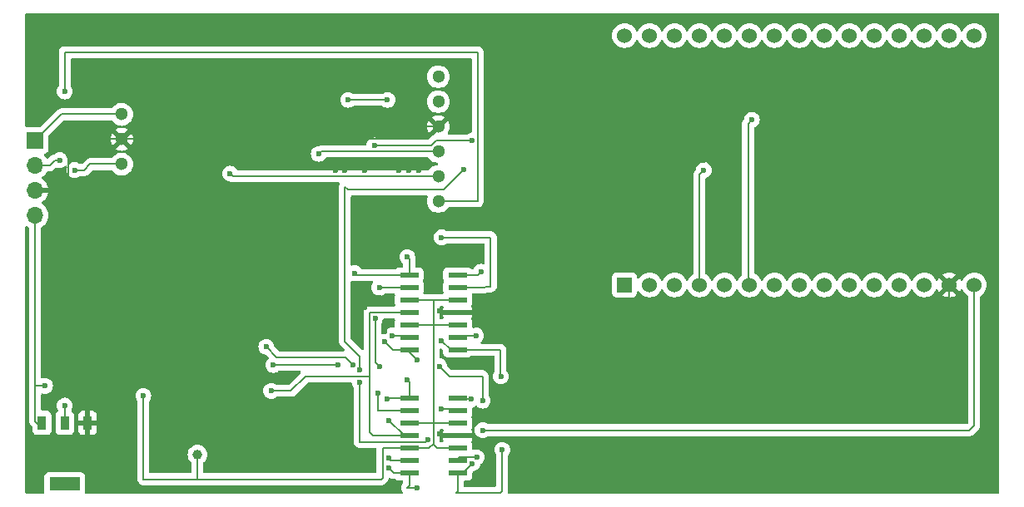
<source format=gbr>
%TF.GenerationSoftware,KiCad,Pcbnew,8.0.3*%
%TF.CreationDate,2024-08-29T14:55:06+08:00*%
%TF.ProjectId,Full_withESP,46756c6c-5f77-4697-9468-4553502e6b69,rev?*%
%TF.SameCoordinates,Original*%
%TF.FileFunction,Copper,L1,Top*%
%TF.FilePolarity,Positive*%
%FSLAX46Y46*%
G04 Gerber Fmt 4.6, Leading zero omitted, Abs format (unit mm)*
G04 Created by KiCad (PCBNEW 8.0.3) date 2024-08-29 14:55:06*
%MOMM*%
%LPD*%
G01*
G04 APERTURE LIST*
%TA.AperFunction,SMDPad,CuDef*%
%ADD10R,0.889000X1.473200*%
%TD*%
%TA.AperFunction,SMDPad,CuDef*%
%ADD11R,3.149600X1.473200*%
%TD*%
%TA.AperFunction,ComponentPad*%
%ADD12C,1.300000*%
%TD*%
%TA.AperFunction,ComponentPad*%
%ADD13R,1.524000X1.524000*%
%TD*%
%TA.AperFunction,ComponentPad*%
%ADD14C,1.524000*%
%TD*%
%TA.AperFunction,SMDPad,CuDef*%
%ADD15C,1.000000*%
%TD*%
%TA.AperFunction,SMDPad,CuDef*%
%ADD16R,1.981200X0.558800*%
%TD*%
%TA.AperFunction,ComponentPad*%
%ADD17R,1.700000X1.700000*%
%TD*%
%TA.AperFunction,ComponentPad*%
%ADD18O,1.700000X1.700000*%
%TD*%
%TA.AperFunction,ViaPad*%
%ADD19C,0.600000*%
%TD*%
%TA.AperFunction,Conductor*%
%ADD20C,0.200000*%
%TD*%
G04 APERTURE END LIST*
D10*
%TO.P,U1,1,GROUND/ADJUST*%
%TO.N,GND*%
X98311400Y-117762004D03*
%TO.P,U1,2,VOUT*%
%TO.N,5v*%
X96000000Y-117762004D03*
%TO.P,U1,3,VIN*%
%TO.N,Net-(J1-Pin_4)*%
X93688600Y-117762004D03*
D11*
%TO.P,U1,4,4*%
%TO.N,unconnected-(U1-Pad4)*%
X96000000Y-124000000D03*
%TD*%
D12*
%TO.P,U2,X1\u002C1,VCC*%
%TO.N,5v*%
X101800000Y-91400000D03*
%TO.P,U2,X1\u002C2,GND*%
%TO.N,GND*%
X101800000Y-88860000D03*
%TO.P,U2,X1\u002C3,fDiv_out*%
%TO.N,Net-(J1-Pin_1)*%
X101800000Y-86320000D03*
%TO.P,U2,X2\u002C1,Out_I1*%
%TO.N,Net-(U2-Out_I1)*%
X134000000Y-82500000D03*
%TO.P,U2,X2\u002C2,Out_Q1*%
%TO.N,Net-(U2-Out_Q1)*%
X134000000Y-85040000D03*
%TO.P,U2,X2\u002C3,GND*%
%TO.N,GND*%
X134000000Y-87580000D03*
%TO.P,U2,X2\u002C4,Out_Q2*%
%TO.N,Net-(U2-Out_Q2)*%
X134000000Y-90120000D03*
%TO.P,U2,X2\u002C5,Out_I2*%
%TO.N,Net-(U2-Out_I2)*%
X134000000Y-92660000D03*
%TO.P,U2,X2\u002C6,VCO_In*%
%TO.N,Net-(J1-Pin_2)*%
X134000000Y-95200000D03*
%TD*%
D13*
%TO.P,U5,1,EN*%
%TO.N,unconnected-(U5-EN-Pad1)*%
X152940000Y-103700000D03*
D14*
%TO.P,U5,2,VP*%
%TO.N,unconnected-(U5-VP-Pad2)*%
X155480000Y-103700000D03*
%TO.P,U5,3,VN*%
%TO.N,unconnected-(U5-VN-Pad3)*%
X158020000Y-103700000D03*
%TO.P,U5,4,D34*%
%TO.N,Net-(U5-D34)*%
X160560000Y-103700000D03*
%TO.P,U5,5,D35*%
%TO.N,Net-(U5-D35)*%
X163100000Y-103700000D03*
%TO.P,U5,6,D32*%
%TO.N,Net-(U5-D32)*%
X165640000Y-103700000D03*
%TO.P,U5,7,D33*%
%TO.N,Net-(U5-D33)*%
X168180000Y-103700000D03*
%TO.P,U5,8,D25*%
%TO.N,unconnected-(U5-D25-Pad8)*%
X170720000Y-103700000D03*
%TO.P,U5,9,D26*%
%TO.N,unconnected-(U5-D26-Pad9)*%
X173260000Y-103700000D03*
%TO.P,U5,10,D27*%
%TO.N,unconnected-(U5-D27-Pad10)*%
X175800000Y-103700000D03*
%TO.P,U5,11,D14*%
%TO.N,unconnected-(U5-D14-Pad11)*%
X178340000Y-103700000D03*
%TO.P,U5,12,D12*%
%TO.N,unconnected-(U5-D12-Pad12)*%
X180880000Y-103700000D03*
%TO.P,U5,13,D13*%
%TO.N,unconnected-(U5-D13-Pad13)*%
X183420000Y-103700000D03*
%TO.P,U5,14,GND*%
%TO.N,GND*%
X185960000Y-103700000D03*
%TO.P,U5,15,VIN*%
%TO.N,5v*%
X188500000Y-103700000D03*
%TO.P,U5,16,D23*%
%TO.N,unconnected-(U5-D23-Pad16)*%
X152940000Y-78300000D03*
%TO.P,U5,17,D22*%
%TO.N,unconnected-(U5-D22-Pad17)*%
X155480000Y-78300000D03*
%TO.P,U5,18,TX0*%
%TO.N,unconnected-(U5-TX0-Pad18)*%
X158020000Y-78300000D03*
%TO.P,U5,19,RX0*%
%TO.N,unconnected-(U5-RX0-Pad19)*%
X160560000Y-78300000D03*
%TO.P,U5,20,D21*%
%TO.N,unconnected-(U5-D21-Pad20)*%
X163100000Y-78300000D03*
%TO.P,U5,21,D19*%
%TO.N,unconnected-(U5-D19-Pad21)*%
X165640000Y-78300000D03*
%TO.P,U5,22,D18*%
%TO.N,unconnected-(U5-D18-Pad22)*%
X168180000Y-78300000D03*
%TO.P,U5,23,D5*%
%TO.N,unconnected-(U5-D5-Pad23)*%
X170720000Y-78300000D03*
%TO.P,U5,24,TX2*%
%TO.N,unconnected-(U5-TX2-Pad24)*%
X173260000Y-78300000D03*
%TO.P,U5,25,RX2*%
%TO.N,unconnected-(U5-RX2-Pad25)*%
X175800000Y-78300000D03*
%TO.P,U5,26,D4*%
%TO.N,unconnected-(U5-D4-Pad26)*%
X178340000Y-78300000D03*
%TO.P,U5,27,D2*%
%TO.N,unconnected-(U5-D2-Pad27)*%
X180880000Y-78300000D03*
%TO.P,U5,28,D15*%
%TO.N,unconnected-(U5-D15-Pad28)*%
X183420000Y-78300000D03*
%TO.P,U5,29,GND*%
%TO.N,unconnected-(U5-GND-Pad29)*%
X185960000Y-78300000D03*
%TO.P,U5,30,3V3*%
%TO.N,unconnected-(U5-3V3-Pad30)*%
X188500000Y-78300000D03*
%TD*%
D15*
%TO.P,TP1,1,1*%
%TO.N,/2.5v*%
X109500000Y-121000000D03*
%TD*%
D16*
%TO.P,U4,1,OUTA*%
%TO.N,Net-(U4-OUTA)*%
X131036200Y-115240000D03*
%TO.P,U4,2,INA-*%
%TO.N,Net-(U4-INA-)*%
X131036200Y-116510000D03*
%TO.P,U4,3,INA+*%
%TO.N,/2.5v*%
X131036200Y-117780000D03*
%TO.P,U4,4,V+*%
%TO.N,5v*%
X131036200Y-119050000D03*
%TO.P,U4,5,INB+*%
%TO.N,/2.5v*%
X131036200Y-120320000D03*
%TO.P,U4,6,INB-*%
%TO.N,Net-(U4-INB-)*%
X131036200Y-121590000D03*
%TO.P,U4,7,OUTB*%
%TO.N,Net-(U4-OUTB)*%
X131036200Y-122860000D03*
%TO.P,U4,8,OUTC*%
%TO.N,Net-(U4-OUTC)*%
X135963800Y-122860000D03*
%TO.P,U4,9,INC-*%
%TO.N,Net-(U4-INC-)*%
X135963800Y-121590000D03*
%TO.P,U4,10,INC+*%
%TO.N,/2.5v*%
X135963800Y-120320000D03*
%TO.P,U4,11,V-*%
%TO.N,GND*%
X135963800Y-119050000D03*
%TO.P,U4,12,IND+*%
%TO.N,/2.5v*%
X135963800Y-117780000D03*
%TO.P,U4,13,IND-*%
%TO.N,Net-(U4-IND-)*%
X135963800Y-116510000D03*
%TO.P,U4,14,OUTD*%
%TO.N,Net-(U4-OUTD)*%
X135963800Y-115240000D03*
%TD*%
D17*
%TO.P,J1,1,Pin_1*%
%TO.N,Net-(J1-Pin_1)*%
X93000000Y-89000000D03*
D18*
%TO.P,J1,2,Pin_2*%
%TO.N,Net-(J1-Pin_2)*%
X93000000Y-91540000D03*
%TO.P,J1,3,Pin_3*%
%TO.N,GND*%
X93000000Y-94080000D03*
%TO.P,J1,4,Pin_4*%
%TO.N,Net-(J1-Pin_4)*%
X93000000Y-96620000D03*
%TD*%
D16*
%TO.P,U3,1,OUTA*%
%TO.N,Net-(U3-OUTA)*%
X131036200Y-102690000D03*
%TO.P,U3,2,INA-*%
%TO.N,Net-(U3-INA-)*%
X131036200Y-103960000D03*
%TO.P,U3,3,INA+*%
%TO.N,/2.5v*%
X131036200Y-105230000D03*
%TO.P,U3,4,V+*%
%TO.N,5v*%
X131036200Y-106500000D03*
%TO.P,U3,5,INB+*%
%TO.N,/2.5v*%
X131036200Y-107770000D03*
%TO.P,U3,6,INB-*%
%TO.N,Net-(U3-INB-)*%
X131036200Y-109040000D03*
%TO.P,U3,7,OUTB*%
%TO.N,Net-(U3-OUTB)*%
X131036200Y-110310000D03*
%TO.P,U3,8,OUTC*%
%TO.N,Net-(U3-OUTC)*%
X135963800Y-110310000D03*
%TO.P,U3,9,INC-*%
%TO.N,Net-(U3-INC-)*%
X135963800Y-109040000D03*
%TO.P,U3,10,INC+*%
%TO.N,/2.5v*%
X135963800Y-107770000D03*
%TO.P,U3,11,V-*%
%TO.N,GND*%
X135963800Y-106500000D03*
%TO.P,U3,12,IND+*%
%TO.N,/2.5v*%
X135963800Y-105230000D03*
%TO.P,U3,13,IND-*%
%TO.N,Net-(U3-IND-)*%
X135963800Y-103960000D03*
%TO.P,U3,14,OUTD*%
%TO.N,Net-(U3-OUTD)*%
X135963800Y-102690000D03*
%TD*%
D19*
%TO.N,GND*%
X164000000Y-90500000D03*
X155500000Y-114500000D03*
X123500000Y-78000000D03*
X107500000Y-100000000D03*
X124500000Y-117000000D03*
X145000000Y-117000000D03*
X123500000Y-104000000D03*
X126500000Y-106000000D03*
X170000000Y-117000000D03*
X119500000Y-78000000D03*
X119500000Y-87000000D03*
X125500000Y-106000000D03*
X123500000Y-91000000D03*
X127500000Y-86500000D03*
X104830000Y-118360000D03*
X159000000Y-88000000D03*
X107000000Y-87000000D03*
X180000000Y-112000000D03*
X161000000Y-91000000D03*
X143000000Y-117000000D03*
X159500000Y-114500000D03*
X102000000Y-78000000D03*
X186500000Y-114500000D03*
X111500000Y-117500000D03*
X113000000Y-113500000D03*
X112000000Y-87000000D03*
X109500000Y-85000000D03*
X123500000Y-86500000D03*
X145000000Y-93500000D03*
X126500000Y-96500000D03*
X119500000Y-82000000D03*
X122000000Y-115500000D03*
X131000000Y-91000000D03*
X123500000Y-99000000D03*
X132000000Y-92000000D03*
X112000000Y-78000000D03*
X161500000Y-114500000D03*
X123500000Y-100500000D03*
X155500000Y-117000000D03*
X165000000Y-117000000D03*
X175500000Y-112000000D03*
X121500000Y-78000000D03*
X104500000Y-82000000D03*
X172000000Y-112000000D03*
X104500000Y-78000000D03*
X153500000Y-112000000D03*
X107500000Y-102500000D03*
X128500000Y-108500000D03*
X107000000Y-78000000D03*
X115500000Y-94500000D03*
X124500000Y-91000000D03*
X150000000Y-112000000D03*
X121000000Y-120000000D03*
X130000000Y-92000000D03*
X161500000Y-117000000D03*
X119500000Y-85000000D03*
X123500000Y-94500000D03*
X113000000Y-117500000D03*
X109500000Y-78000000D03*
X150000000Y-93500000D03*
X182000000Y-117000000D03*
X184500000Y-117000000D03*
X123500000Y-92000000D03*
X117000000Y-87000000D03*
X157000000Y-93500000D03*
X107500000Y-110000000D03*
X164000000Y-88000000D03*
X186500000Y-112000000D03*
X123000000Y-114000000D03*
X180000000Y-117000000D03*
X172000000Y-114500000D03*
X180000000Y-114500000D03*
X117000000Y-78000000D03*
X109000000Y-117500000D03*
X112000000Y-82000000D03*
X141500000Y-87500000D03*
X114500000Y-87000000D03*
X143000000Y-114500000D03*
X110500000Y-116000000D03*
X127500000Y-88000000D03*
X110500000Y-117500000D03*
X114500000Y-78000000D03*
X167000000Y-114500000D03*
X134100000Y-118860000D03*
X117000000Y-85000000D03*
X119930000Y-118360000D03*
X117000000Y-82000000D03*
X150000000Y-91000000D03*
X159500000Y-112000000D03*
X125000000Y-120000000D03*
X112000000Y-85000000D03*
X107500000Y-117500000D03*
X148000000Y-114500000D03*
X109500000Y-87000000D03*
X186500000Y-117000000D03*
X123500000Y-95500000D03*
X122000000Y-114000000D03*
X166500000Y-90500000D03*
X116500000Y-94500000D03*
X110000000Y-111000000D03*
X147500000Y-91000000D03*
X139000000Y-120500000D03*
X182000000Y-112000000D03*
X155500000Y-90500000D03*
X153500000Y-114500000D03*
X124500000Y-88000000D03*
X175500000Y-114500000D03*
X106500000Y-116000000D03*
X165000000Y-114500000D03*
X167000000Y-112000000D03*
X104500000Y-87000000D03*
X143500000Y-91000000D03*
X170000000Y-112000000D03*
X146000000Y-88000000D03*
X153500000Y-93500000D03*
X123000000Y-120000000D03*
X148000000Y-117000000D03*
X102000000Y-82000000D03*
X172000000Y-117000000D03*
X115500000Y-100500000D03*
X166500000Y-92000000D03*
X150000000Y-114500000D03*
X115000000Y-117500000D03*
X123500000Y-88000000D03*
X143000000Y-112000000D03*
X167000000Y-117000000D03*
X145000000Y-112000000D03*
X182000000Y-114500000D03*
X177500000Y-114500000D03*
X123500000Y-107500000D03*
X107500000Y-106500000D03*
X125500000Y-104000000D03*
X126500000Y-88000000D03*
X123500000Y-106000000D03*
X111500000Y-116000000D03*
X153500000Y-91000000D03*
X161500000Y-112000000D03*
X155500000Y-88000000D03*
X159000000Y-90500000D03*
X116500000Y-100500000D03*
X148000000Y-112000000D03*
X103000000Y-118360000D03*
X162000000Y-96500000D03*
X126500000Y-86500000D03*
X159500000Y-117000000D03*
X170000000Y-114500000D03*
X157000000Y-91000000D03*
X124500000Y-92000000D03*
X184500000Y-114500000D03*
X145000000Y-91000000D03*
X106500000Y-117500000D03*
X123500000Y-98000000D03*
X107500000Y-98500000D03*
X128000000Y-105000000D03*
X126500000Y-100000000D03*
X117000000Y-117500000D03*
X147500000Y-93500000D03*
X123000000Y-117000000D03*
X107500000Y-95000000D03*
X165000000Y-112000000D03*
X117000000Y-116000000D03*
X131000000Y-92000000D03*
X146000000Y-90500000D03*
X126500000Y-104000000D03*
X114500000Y-82000000D03*
X128500000Y-107500000D03*
X130000000Y-91000000D03*
X107500000Y-96500000D03*
X143000000Y-93500000D03*
X121500000Y-87000000D03*
X126500000Y-95000000D03*
X153500000Y-117000000D03*
X109000000Y-116000000D03*
X134100000Y-106360000D03*
X121500000Y-82000000D03*
X177500000Y-117000000D03*
X121500000Y-85000000D03*
X145000000Y-114500000D03*
X132000000Y-91000000D03*
X104500000Y-85000000D03*
X149000000Y-90500000D03*
X116500000Y-98500000D03*
X126500000Y-92000000D03*
X124500000Y-86500000D03*
X175500000Y-117000000D03*
X115000000Y-116000000D03*
X112500000Y-111000000D03*
X126500000Y-98500000D03*
X107000000Y-82000000D03*
X123500000Y-82000000D03*
X110500000Y-113500000D03*
X150000000Y-117000000D03*
X107000000Y-85000000D03*
X125500000Y-107500000D03*
X164000000Y-92000000D03*
X149000000Y-88000000D03*
X151500000Y-88000000D03*
X114500000Y-85000000D03*
X126500000Y-91000000D03*
X107500000Y-116000000D03*
X151500000Y-90500000D03*
X109500000Y-82000000D03*
X115500000Y-98500000D03*
X122000000Y-117000000D03*
X177500000Y-112000000D03*
X123000000Y-115500000D03*
X155500000Y-112000000D03*
X184500000Y-112000000D03*
X123500000Y-96500000D03*
X113000000Y-116000000D03*
X123500000Y-102000000D03*
%TO.N,5v*%
X96000000Y-116000000D03*
X138500000Y-118500000D03*
X117000000Y-114500000D03*
X97000000Y-92000000D03*
X129000000Y-117500000D03*
%TO.N,Net-(U2-Out_I2)*%
X112830000Y-92360000D03*
%TO.N,Net-(U2-Out_Q2)*%
X121830000Y-90360000D03*
%TO.N,Net-(U3-OUTA)*%
X130830000Y-100860000D03*
X125500000Y-102500000D03*
%TO.N,Net-(U3-INA-)*%
X128000000Y-104000000D03*
%TO.N,Net-(U3-INB-)*%
X128830000Y-84860000D03*
X124830000Y-84860000D03*
X129330000Y-108860000D03*
%TO.N,Net-(U3-OUTB)*%
X131830000Y-111360000D03*
X128500000Y-109500000D03*
%TO.N,Net-(U3-OUTD)*%
X138330000Y-102360000D03*
%TO.N,Net-(U3-IND-)*%
X134330000Y-98860000D03*
%TO.N,Net-(U3-INC-)*%
X137830000Y-108860000D03*
%TO.N,Net-(U3-OUTC)*%
X140356880Y-113013678D03*
X134330000Y-109360000D03*
%TO.N,Net-(U4-INA-)*%
X116500000Y-110000000D03*
X127830000Y-114760000D03*
X125330000Y-111860000D03*
%TO.N,Net-(U4-OUTA)*%
X130830000Y-113360000D03*
X123830000Y-111860000D03*
X128830000Y-115360000D03*
X117230000Y-111860000D03*
%TO.N,Net-(U4-OUTB)*%
X131830000Y-124360000D03*
X128930000Y-122360000D03*
%TO.N,Net-(U4-INB-)*%
X128930000Y-121360000D03*
%TO.N,Net-(U4-OUTD)*%
X137330000Y-115360000D03*
%TO.N,Net-(U4-IND-)*%
X134330000Y-116360000D03*
%TO.N,Net-(U4-INC-)*%
X137902008Y-121260000D03*
%TO.N,Net-(U4-OUTC)*%
X140500000Y-120500000D03*
X137451708Y-121921233D03*
%TO.N,/2.5v*%
X104000000Y-115000000D03*
%TO.N,Net-(J1-Pin_4)*%
X94000000Y-114000000D03*
%TO.N,Net-(J1-Pin_2)*%
X95500000Y-91000000D03*
X96000000Y-84000000D03*
%TO.N,Net-(U5-D34)*%
X161000000Y-92000000D03*
X126000000Y-113600000D03*
X126000000Y-112400000D03*
X136600000Y-91960000D03*
X132900000Y-119500000D03*
%TO.N,Net-(U5-D32)*%
X165880000Y-86880000D03*
%TO.N,Net-(U5-D33)*%
X127600000Y-107100000D03*
X127500000Y-89500000D03*
X137400000Y-89000000D03*
X128000000Y-112000000D03*
X134100000Y-112000000D03*
X138500000Y-115500000D03*
%TD*%
D20*
%TO.N,GND*%
X143000000Y-106500000D02*
X143000000Y-110500000D01*
X96640000Y-88860000D02*
X96400000Y-89100000D01*
X135963800Y-119050000D02*
X134290000Y-119050000D01*
X134290000Y-119050000D02*
X134100000Y-118860000D01*
X132080000Y-87580000D02*
X134000000Y-87580000D01*
X132000000Y-88720000D02*
X132000000Y-87500000D01*
X135963800Y-106500000D02*
X143000000Y-106500000D01*
X185960000Y-110460000D02*
X185960000Y-103700000D01*
X96000000Y-94400000D02*
X96400000Y-94000000D01*
X96400000Y-89100000D02*
X96400000Y-94000000D01*
X134240000Y-106500000D02*
X134100000Y-106360000D01*
X100500000Y-119500000D02*
X103000000Y-119500000D01*
X103000000Y-118360000D02*
X103000000Y-112500000D01*
X98311400Y-117762004D02*
X99762004Y-117762004D01*
X101800000Y-88860000D02*
X131860000Y-88860000D01*
X96320000Y-94080000D02*
X96400000Y-94000000D01*
X131860000Y-88860000D02*
X132000000Y-88720000D01*
X101800000Y-88860000D02*
X96640000Y-88860000D01*
X103000000Y-112500000D02*
X97000000Y-112500000D01*
X143000000Y-110500000D02*
X186000000Y-110500000D01*
X103000000Y-119500000D02*
X103000000Y-118360000D01*
X93000000Y-94080000D02*
X96320000Y-94080000D01*
X97000000Y-112500000D02*
X96000000Y-111500000D01*
X186000000Y-110500000D02*
X185960000Y-110460000D01*
X132000000Y-87500000D02*
X132080000Y-87580000D01*
X119930000Y-118360000D02*
X104830000Y-118360000D01*
X99762004Y-117762004D02*
X100500000Y-118500000D01*
X96000000Y-111500000D02*
X96000000Y-94400000D01*
X100500000Y-118500000D02*
X100500000Y-119500000D01*
X135963800Y-106500000D02*
X134240000Y-106500000D01*
%TO.N,5v*%
X127000000Y-118690000D02*
X127360000Y-119050000D01*
X117000000Y-114500000D02*
X119000000Y-114500000D01*
X188500000Y-118000000D02*
X188500000Y-103700000D01*
X138500000Y-118500000D02*
X188000000Y-118500000D01*
X98000000Y-92000000D02*
X98600000Y-91400000D01*
X131036200Y-106500000D02*
X127000000Y-106500000D01*
X129000000Y-117500000D02*
X130550000Y-119050000D01*
X188000000Y-118500000D02*
X188500000Y-118000000D01*
X120500000Y-113000000D02*
X127000000Y-113000000D01*
X119000000Y-114500000D02*
X120500000Y-113000000D01*
X127000000Y-106500000D02*
X127000000Y-113000000D01*
X98600000Y-91400000D02*
X101800000Y-91400000D01*
X96000000Y-118262004D02*
X96000000Y-116000000D01*
X127360000Y-119050000D02*
X131036200Y-119050000D01*
X127000000Y-113000000D02*
X127000000Y-118690000D01*
X97000000Y-92000000D02*
X98000000Y-92000000D01*
X130550000Y-119050000D02*
X131036200Y-119050000D01*
%TO.N,Net-(U2-Out_I2)*%
X113130000Y-92660000D02*
X112830000Y-92360000D01*
X134000000Y-92660000D02*
X113130000Y-92660000D01*
%TO.N,Net-(U2-Out_Q2)*%
X122070000Y-90120000D02*
X121830000Y-90360000D01*
X134000000Y-90120000D02*
X122070000Y-90120000D01*
%TO.N,Net-(U3-OUTA)*%
X125690000Y-102690000D02*
X131036200Y-102690000D01*
X131036200Y-101066200D02*
X130830000Y-100860000D01*
X125500000Y-102500000D02*
X125690000Y-102690000D01*
X131036200Y-102690000D02*
X131036200Y-101066200D01*
%TO.N,Net-(U3-INA-)*%
X128040000Y-103960000D02*
X131036200Y-103960000D01*
X128000000Y-104000000D02*
X128040000Y-103960000D01*
%TO.N,Net-(U3-INB-)*%
X128830000Y-84860000D02*
X127830000Y-84860000D01*
X127830000Y-84860000D02*
X124830000Y-84860000D01*
X129330000Y-108860000D02*
X130856200Y-108860000D01*
X130856200Y-108860000D02*
X131036200Y-109040000D01*
%TO.N,Net-(U3-OUTB)*%
X131036200Y-110310000D02*
X131036200Y-110566200D01*
X131036200Y-110566200D02*
X131830000Y-111360000D01*
X128500000Y-109500000D02*
X128570000Y-109500000D01*
X129380000Y-110310000D02*
X131036200Y-110310000D01*
X128570000Y-109500000D02*
X129380000Y-110310000D01*
%TO.N,Net-(U3-OUTD)*%
X138330000Y-102360000D02*
X138000000Y-102690000D01*
X138000000Y-102690000D02*
X135963800Y-102690000D01*
%TO.N,Net-(U3-IND-)*%
X138830000Y-103860000D02*
X138730000Y-103960000D01*
X139330000Y-98860000D02*
X139330000Y-103860000D01*
X138730000Y-103960000D02*
X135963800Y-103960000D01*
X139330000Y-103860000D02*
X138830000Y-103860000D01*
X134330000Y-98860000D02*
X139330000Y-98860000D01*
%TO.N,Net-(U3-INC-)*%
X137830000Y-108860000D02*
X136143800Y-108860000D01*
X136143800Y-108860000D02*
X135963800Y-109040000D01*
%TO.N,Net-(U3-OUTC)*%
X135963800Y-110310000D02*
X140280000Y-110310000D01*
X140330000Y-110360000D02*
X140330000Y-112830000D01*
X140500000Y-113000000D02*
X140486322Y-113013678D01*
X140486322Y-113013678D02*
X140356880Y-113013678D01*
X135280000Y-110310000D02*
X135963800Y-110310000D01*
X140280000Y-110310000D02*
X140330000Y-110360000D01*
X140330000Y-112830000D02*
X140500000Y-113000000D01*
X134330000Y-109360000D02*
X135280000Y-110310000D01*
%TO.N,Net-(U4-INA-)*%
X127830000Y-116510000D02*
X131036200Y-116510000D01*
X124529997Y-111059997D02*
X125330000Y-111860000D01*
X117559997Y-111059997D02*
X124529997Y-111059997D01*
X127830000Y-114760000D02*
X127830000Y-116510000D01*
X116500000Y-110000000D02*
X117559997Y-111059997D01*
%TO.N,Net-(U4-OUTA)*%
X128950000Y-115240000D02*
X131036200Y-115240000D01*
X131036200Y-113566200D02*
X130830000Y-113360000D01*
X131036200Y-115240000D02*
X131036200Y-113566200D01*
X128830000Y-115360000D02*
X128950000Y-115240000D01*
X117230000Y-111860000D02*
X123830000Y-111860000D01*
%TO.N,Net-(U4-OUTB)*%
X130830000Y-124360000D02*
X131830000Y-124360000D01*
X128930000Y-122360000D02*
X129430000Y-122860000D01*
X129430000Y-122860000D02*
X131036200Y-122860000D01*
X130830000Y-124360000D02*
X131036200Y-124153800D01*
X131036200Y-124153800D02*
X131036200Y-122860000D01*
%TO.N,Net-(U4-INB-)*%
X128930000Y-121360000D02*
X129160000Y-121590000D01*
X129160000Y-121590000D02*
X131036200Y-121590000D01*
%TO.N,Net-(U4-OUTD)*%
X136083800Y-115360000D02*
X135963800Y-115240000D01*
X137330000Y-115360000D02*
X136083800Y-115360000D01*
%TO.N,Net-(U4-IND-)*%
X134330000Y-116360000D02*
X135813800Y-116360000D01*
X135813800Y-116360000D02*
X135963800Y-116510000D01*
%TO.N,Net-(U4-INC-)*%
X137902008Y-121260000D02*
X136103800Y-121260000D01*
X136103800Y-121260000D02*
X135963800Y-121400000D01*
%TO.N,Net-(U4-OUTC)*%
X135963800Y-122860000D02*
X135963800Y-124726200D01*
X135963800Y-122860000D02*
X136512941Y-122860000D01*
X135830000Y-124860000D02*
X140330000Y-124860000D01*
X135963800Y-124726200D02*
X135830000Y-124860000D01*
X136512941Y-122860000D02*
X137451708Y-121921233D01*
X140330000Y-124860000D02*
X140500000Y-124690000D01*
X140500000Y-124690000D02*
X140500000Y-120500000D01*
%TO.N,/2.5v*%
X128370000Y-120320000D02*
X128330000Y-120360000D01*
X128330000Y-123360000D02*
X128330000Y-120360000D01*
X109500000Y-123500000D02*
X128190000Y-123500000D01*
X131036200Y-107770000D02*
X135963800Y-107770000D01*
X133040000Y-120320000D02*
X131036200Y-120320000D01*
X104000000Y-115000000D02*
X104000000Y-123500000D01*
X133500000Y-119860000D02*
X133040000Y-120320000D01*
X131036200Y-117770000D02*
X133500000Y-117770000D01*
X131036200Y-120320000D02*
X128370000Y-120320000D01*
X131036200Y-105230000D02*
X133500000Y-105230000D01*
X133500000Y-105230000D02*
X133500000Y-111500000D01*
X104000000Y-123500000D02*
X109500000Y-123500000D01*
X133500000Y-111500000D02*
X133500000Y-117770000D01*
X133500000Y-105230000D02*
X135963800Y-105230000D01*
X133500000Y-119860000D02*
X133500000Y-119960000D01*
X128190000Y-123500000D02*
X128330000Y-123360000D01*
X133860000Y-120320000D02*
X135963800Y-120320000D01*
X133500000Y-117770000D02*
X133500000Y-119860000D01*
X109500000Y-121000000D02*
X109500000Y-123500000D01*
X133500000Y-117770000D02*
X135963800Y-117770000D01*
X133500000Y-119960000D02*
X133860000Y-120320000D01*
%TO.N,Net-(J1-Pin_4)*%
X93000000Y-117573404D02*
X93000000Y-114000000D01*
X93000000Y-114000000D02*
X93000000Y-96620000D01*
X93688600Y-118262004D02*
X93000000Y-117573404D01*
X93000000Y-114000000D02*
X94000000Y-114000000D01*
%TO.N,Net-(J1-Pin_1)*%
X95680000Y-86320000D02*
X93000000Y-89000000D01*
X101800000Y-86320000D02*
X95680000Y-86320000D01*
%TO.N,Net-(J1-Pin_2)*%
X96000000Y-84000000D02*
X96000000Y-80000000D01*
X95000000Y-91000000D02*
X94460000Y-91540000D01*
X94460000Y-91540000D02*
X93000000Y-91540000D01*
X138000000Y-80000000D02*
X138000000Y-95200000D01*
X95500000Y-91000000D02*
X95000000Y-91000000D01*
X96000000Y-80000000D02*
X138000000Y-80000000D01*
X138000000Y-95200000D02*
X134000000Y-95200000D01*
%TO.N,Net-(U5-D34)*%
X124500000Y-109464314D02*
X126000000Y-110964314D01*
X126000000Y-110964314D02*
X126000000Y-112400000D01*
X134560000Y-94000000D02*
X124780000Y-94000000D01*
X124780000Y-94000000D02*
X124500000Y-93720000D01*
X126000000Y-113600000D02*
X126000000Y-119694314D01*
X136600000Y-91960000D02*
X134560000Y-94000000D01*
X160560000Y-92440000D02*
X160560000Y-103700000D01*
X132705686Y-119694314D02*
X132900000Y-119500000D01*
X126000000Y-119694314D02*
X132705686Y-119694314D01*
X161000000Y-92000000D02*
X160560000Y-92440000D01*
X124500000Y-93720000D02*
X124500000Y-109464314D01*
%TO.N,Net-(U5-D32)*%
X165500000Y-87260000D02*
X165500000Y-103560000D01*
X165500000Y-103560000D02*
X165640000Y-103700000D01*
X165880000Y-86880000D02*
X165500000Y-87260000D01*
%TO.N,Net-(U5-D33)*%
X133276497Y-89500000D02*
X133776497Y-89000000D01*
X133776497Y-89000000D02*
X137400000Y-89000000D01*
X135120000Y-113020000D02*
X135050000Y-112950000D01*
X127500000Y-89500000D02*
X133276497Y-89500000D01*
X127600000Y-111600000D02*
X127600000Y-107100000D01*
X135100000Y-113000000D02*
X138500000Y-113000000D01*
X135050000Y-112950000D02*
X135100000Y-113000000D01*
X138500000Y-113000000D02*
X138500000Y-115500000D01*
X128000000Y-112000000D02*
X127600000Y-111600000D01*
X135050000Y-112950000D02*
X134100000Y-112000000D01*
%TD*%
%TA.AperFunction,Conductor*%
%TO.N,GND*%
G36*
X190942539Y-76020185D02*
G01*
X190988294Y-76072989D01*
X190999500Y-76124500D01*
X190999500Y-124875500D01*
X190979815Y-124942539D01*
X190927011Y-124988294D01*
X190875500Y-124999500D01*
X141200353Y-124999500D01*
X141133314Y-124979815D01*
X141087559Y-124927011D01*
X141077615Y-124857853D01*
X141080578Y-124843407D01*
X141081352Y-124840520D01*
X141100500Y-124769058D01*
X141100500Y-124610943D01*
X141100500Y-121082412D01*
X141120185Y-121015373D01*
X141127555Y-121005097D01*
X141129810Y-121002267D01*
X141129816Y-121002262D01*
X141225789Y-120849522D01*
X141285368Y-120679255D01*
X141294802Y-120595528D01*
X141305565Y-120500003D01*
X141305565Y-120499996D01*
X141285369Y-120320750D01*
X141285368Y-120320745D01*
X141274301Y-120289117D01*
X141225789Y-120150478D01*
X141129816Y-119997738D01*
X141002262Y-119870184D01*
X140849523Y-119774211D01*
X140679254Y-119714631D01*
X140679249Y-119714630D01*
X140500004Y-119694435D01*
X140499996Y-119694435D01*
X140320750Y-119714630D01*
X140320745Y-119714631D01*
X140150476Y-119774211D01*
X139997737Y-119870184D01*
X139870184Y-119997737D01*
X139774211Y-120150476D01*
X139714631Y-120320745D01*
X139714630Y-120320750D01*
X139694435Y-120499996D01*
X139694435Y-120500003D01*
X139714630Y-120679249D01*
X139714631Y-120679254D01*
X139757064Y-120800520D01*
X139774211Y-120849522D01*
X139864357Y-120992989D01*
X139870185Y-121002263D01*
X139872445Y-121005097D01*
X139873334Y-121007275D01*
X139873889Y-121008158D01*
X139873734Y-121008255D01*
X139898855Y-121069783D01*
X139899500Y-121082412D01*
X139899500Y-124135500D01*
X139879815Y-124202539D01*
X139827011Y-124248294D01*
X139775500Y-124259500D01*
X136688300Y-124259500D01*
X136621261Y-124239815D01*
X136575506Y-124187011D01*
X136564300Y-124135500D01*
X136564300Y-123763899D01*
X136583985Y-123696860D01*
X136636789Y-123651105D01*
X136688300Y-123639899D01*
X137002271Y-123639899D01*
X137002272Y-123639899D01*
X137061883Y-123633491D01*
X137196731Y-123583196D01*
X137311946Y-123496946D01*
X137398196Y-123381731D01*
X137448491Y-123246883D01*
X137454900Y-123187273D01*
X137454899Y-122837250D01*
X137474583Y-122770212D01*
X137527387Y-122724457D01*
X137565011Y-122714031D01*
X137630963Y-122706601D01*
X137801230Y-122647022D01*
X137953970Y-122551049D01*
X138081524Y-122423495D01*
X138177497Y-122270755D01*
X138237076Y-122100488D01*
X138243196Y-122046161D01*
X138270261Y-121981752D01*
X138300442Y-121955055D01*
X138404270Y-121889816D01*
X138531824Y-121762262D01*
X138627797Y-121609522D01*
X138687376Y-121439255D01*
X138707266Y-121262727D01*
X138707573Y-121260003D01*
X138707573Y-121259996D01*
X138687377Y-121080750D01*
X138687376Y-121080745D01*
X138661668Y-121007275D01*
X138627797Y-120910478D01*
X138531824Y-120757738D01*
X138404270Y-120630184D01*
X138380528Y-120615266D01*
X138251531Y-120534211D01*
X138081262Y-120474631D01*
X138081257Y-120474630D01*
X137902012Y-120454435D01*
X137902004Y-120454435D01*
X137722758Y-120474630D01*
X137722753Y-120474631D01*
X137619854Y-120510638D01*
X137550075Y-120514199D01*
X137489447Y-120479470D01*
X137457220Y-120417477D01*
X137454899Y-120393596D01*
X137454899Y-119992729D01*
X137454898Y-119992723D01*
X137448491Y-119933116D01*
X137398197Y-119798271D01*
X137398196Y-119798269D01*
X137368719Y-119758893D01*
X137344302Y-119693429D01*
X137359153Y-119625156D01*
X137368721Y-119610269D01*
X137397751Y-119571491D01*
X137447997Y-119436776D01*
X137447998Y-119436772D01*
X137454399Y-119377244D01*
X137454400Y-119377227D01*
X137454400Y-119300000D01*
X134473200Y-119300000D01*
X134473200Y-119377244D01*
X134479601Y-119436772D01*
X134479603Y-119436779D01*
X134522640Y-119552167D01*
X134527624Y-119621858D01*
X134494139Y-119683182D01*
X134432816Y-119716666D01*
X134406458Y-119719500D01*
X134224500Y-119719500D01*
X134157461Y-119699815D01*
X134111706Y-119647011D01*
X134100500Y-119595500D01*
X134100500Y-118494500D01*
X134120185Y-118427461D01*
X134172989Y-118381706D01*
X134224500Y-118370500D01*
X134410188Y-118370500D01*
X134477227Y-118390185D01*
X134522982Y-118442989D01*
X134532926Y-118512147D01*
X134526370Y-118537833D01*
X134479603Y-118663220D01*
X134479601Y-118663227D01*
X134473200Y-118722755D01*
X134473200Y-118800000D01*
X137454400Y-118800000D01*
X137454400Y-118722772D01*
X137454399Y-118722755D01*
X137447998Y-118663227D01*
X137447996Y-118663220D01*
X137397754Y-118528513D01*
X137397750Y-118528506D01*
X137376407Y-118499996D01*
X137694435Y-118499996D01*
X137694435Y-118500003D01*
X137714630Y-118679249D01*
X137714631Y-118679254D01*
X137774211Y-118849522D01*
X137870184Y-119002262D01*
X137997738Y-119129816D01*
X138150478Y-119225789D01*
X138320745Y-119285368D01*
X138320750Y-119285369D01*
X138499996Y-119305565D01*
X138500000Y-119305565D01*
X138500004Y-119305565D01*
X138679249Y-119285369D01*
X138679252Y-119285368D01*
X138679255Y-119285368D01*
X138849522Y-119225789D01*
X139002262Y-119129816D01*
X139002267Y-119129810D01*
X139005097Y-119127555D01*
X139007275Y-119126665D01*
X139008158Y-119126111D01*
X139008255Y-119126265D01*
X139069783Y-119101145D01*
X139082412Y-119100500D01*
X187913331Y-119100500D01*
X187913347Y-119100501D01*
X187920943Y-119100501D01*
X188079054Y-119100501D01*
X188079057Y-119100501D01*
X188231785Y-119059577D01*
X188301233Y-119019481D01*
X188368716Y-118980520D01*
X188480520Y-118868716D01*
X188480521Y-118868714D01*
X188980520Y-118368716D01*
X189059577Y-118231784D01*
X189100501Y-118079057D01*
X189100501Y-117920942D01*
X189100501Y-117913347D01*
X189100500Y-117913329D01*
X189100500Y-104885304D01*
X189120185Y-104818265D01*
X189153375Y-104783730D01*
X189314620Y-104670826D01*
X189470826Y-104514620D01*
X189597534Y-104333662D01*
X189690894Y-104133450D01*
X189748070Y-103920068D01*
X189767323Y-103700000D01*
X189762990Y-103650478D01*
X189754457Y-103552939D01*
X189748070Y-103479932D01*
X189690894Y-103266550D01*
X189597534Y-103066339D01*
X189502125Y-102930080D01*
X189470827Y-102885381D01*
X189415962Y-102830516D01*
X189314620Y-102729174D01*
X189314616Y-102729171D01*
X189314615Y-102729170D01*
X189133666Y-102602468D01*
X189133662Y-102602466D01*
X189086457Y-102580454D01*
X188933450Y-102509106D01*
X188933447Y-102509105D01*
X188933445Y-102509104D01*
X188720070Y-102451930D01*
X188720062Y-102451929D01*
X188500002Y-102432677D01*
X188499998Y-102432677D01*
X188279937Y-102451929D01*
X188279929Y-102451930D01*
X188066554Y-102509104D01*
X188066548Y-102509107D01*
X187866340Y-102602465D01*
X187866338Y-102602466D01*
X187685377Y-102729175D01*
X187529175Y-102885377D01*
X187402467Y-103066337D01*
X187342105Y-103195782D01*
X187295932Y-103248221D01*
X187228738Y-103267372D01*
X187161857Y-103247156D01*
X187117341Y-103195780D01*
X187057098Y-103066589D01*
X187057097Y-103066587D01*
X187011741Y-103001811D01*
X187011740Y-103001810D01*
X186341000Y-103672551D01*
X186341000Y-103649840D01*
X186315036Y-103552939D01*
X186264876Y-103466060D01*
X186193940Y-103395124D01*
X186107061Y-103344964D01*
X186010160Y-103319000D01*
X185987448Y-103319000D01*
X186658188Y-102648259D01*
X186658187Y-102648258D01*
X186593411Y-102602901D01*
X186593405Y-102602898D01*
X186393284Y-102509580D01*
X186393270Y-102509575D01*
X186179986Y-102452426D01*
X186179976Y-102452424D01*
X185960001Y-102433179D01*
X185959999Y-102433179D01*
X185740023Y-102452424D01*
X185740013Y-102452426D01*
X185526729Y-102509575D01*
X185526720Y-102509579D01*
X185326590Y-102602901D01*
X185261811Y-102648258D01*
X185932553Y-103319000D01*
X185909840Y-103319000D01*
X185812939Y-103344964D01*
X185726060Y-103395124D01*
X185655124Y-103466060D01*
X185604964Y-103552939D01*
X185579000Y-103649840D01*
X185579000Y-103672553D01*
X184908258Y-103001811D01*
X184862901Y-103066590D01*
X184802658Y-103195781D01*
X184756485Y-103248220D01*
X184689292Y-103267372D01*
X184622411Y-103247156D01*
X184577894Y-103195781D01*
X184554386Y-103145368D01*
X184517534Y-103066339D01*
X184422125Y-102930080D01*
X184390827Y-102885381D01*
X184335962Y-102830516D01*
X184234620Y-102729174D01*
X184234616Y-102729171D01*
X184234615Y-102729170D01*
X184053666Y-102602468D01*
X184053662Y-102602466D01*
X184006457Y-102580454D01*
X183853450Y-102509106D01*
X183853447Y-102509105D01*
X183853445Y-102509104D01*
X183640070Y-102451930D01*
X183640062Y-102451929D01*
X183420002Y-102432677D01*
X183419998Y-102432677D01*
X183199937Y-102451929D01*
X183199929Y-102451930D01*
X182986554Y-102509104D01*
X182986548Y-102509107D01*
X182786340Y-102602465D01*
X182786338Y-102602466D01*
X182605377Y-102729175D01*
X182449175Y-102885377D01*
X182322466Y-103066338D01*
X182322465Y-103066340D01*
X182262382Y-103195189D01*
X182216209Y-103247628D01*
X182149016Y-103266780D01*
X182082135Y-103246564D01*
X182037618Y-103195189D01*
X182014386Y-103145368D01*
X181977534Y-103066339D01*
X181882125Y-102930080D01*
X181850827Y-102885381D01*
X181795962Y-102830516D01*
X181694620Y-102729174D01*
X181694616Y-102729171D01*
X181694615Y-102729170D01*
X181513666Y-102602468D01*
X181513662Y-102602466D01*
X181466457Y-102580454D01*
X181313450Y-102509106D01*
X181313447Y-102509105D01*
X181313445Y-102509104D01*
X181100070Y-102451930D01*
X181100062Y-102451929D01*
X180880002Y-102432677D01*
X180879998Y-102432677D01*
X180659937Y-102451929D01*
X180659929Y-102451930D01*
X180446554Y-102509104D01*
X180446548Y-102509107D01*
X180246340Y-102602465D01*
X180246338Y-102602466D01*
X180065377Y-102729175D01*
X179909175Y-102885377D01*
X179782466Y-103066338D01*
X179782465Y-103066340D01*
X179722382Y-103195189D01*
X179676209Y-103247628D01*
X179609016Y-103266780D01*
X179542135Y-103246564D01*
X179497618Y-103195189D01*
X179474386Y-103145368D01*
X179437534Y-103066339D01*
X179342125Y-102930080D01*
X179310827Y-102885381D01*
X179255962Y-102830516D01*
X179154620Y-102729174D01*
X179154616Y-102729171D01*
X179154615Y-102729170D01*
X178973666Y-102602468D01*
X178973662Y-102602466D01*
X178926457Y-102580454D01*
X178773450Y-102509106D01*
X178773447Y-102509105D01*
X178773445Y-102509104D01*
X178560070Y-102451930D01*
X178560062Y-102451929D01*
X178340002Y-102432677D01*
X178339998Y-102432677D01*
X178119937Y-102451929D01*
X178119929Y-102451930D01*
X177906554Y-102509104D01*
X177906548Y-102509107D01*
X177706340Y-102602465D01*
X177706338Y-102602466D01*
X177525377Y-102729175D01*
X177369175Y-102885377D01*
X177242466Y-103066338D01*
X177242465Y-103066340D01*
X177182382Y-103195189D01*
X177136209Y-103247628D01*
X177069016Y-103266780D01*
X177002135Y-103246564D01*
X176957618Y-103195189D01*
X176934386Y-103145368D01*
X176897534Y-103066339D01*
X176802125Y-102930080D01*
X176770827Y-102885381D01*
X176715962Y-102830516D01*
X176614620Y-102729174D01*
X176614616Y-102729171D01*
X176614615Y-102729170D01*
X176433666Y-102602468D01*
X176433662Y-102602466D01*
X176386457Y-102580454D01*
X176233450Y-102509106D01*
X176233447Y-102509105D01*
X176233445Y-102509104D01*
X176020070Y-102451930D01*
X176020062Y-102451929D01*
X175800002Y-102432677D01*
X175799998Y-102432677D01*
X175579937Y-102451929D01*
X175579929Y-102451930D01*
X175366554Y-102509104D01*
X175366548Y-102509107D01*
X175166340Y-102602465D01*
X175166338Y-102602466D01*
X174985377Y-102729175D01*
X174829175Y-102885377D01*
X174702466Y-103066338D01*
X174702465Y-103066340D01*
X174642382Y-103195189D01*
X174596209Y-103247628D01*
X174529016Y-103266780D01*
X174462135Y-103246564D01*
X174417618Y-103195189D01*
X174394386Y-103145368D01*
X174357534Y-103066339D01*
X174262125Y-102930080D01*
X174230827Y-102885381D01*
X174175962Y-102830516D01*
X174074620Y-102729174D01*
X174074616Y-102729171D01*
X174074615Y-102729170D01*
X173893666Y-102602468D01*
X173893662Y-102602466D01*
X173846457Y-102580454D01*
X173693450Y-102509106D01*
X173693447Y-102509105D01*
X173693445Y-102509104D01*
X173480070Y-102451930D01*
X173480062Y-102451929D01*
X173260002Y-102432677D01*
X173259998Y-102432677D01*
X173039937Y-102451929D01*
X173039929Y-102451930D01*
X172826554Y-102509104D01*
X172826548Y-102509107D01*
X172626340Y-102602465D01*
X172626338Y-102602466D01*
X172445377Y-102729175D01*
X172289175Y-102885377D01*
X172162466Y-103066338D01*
X172162465Y-103066340D01*
X172102382Y-103195189D01*
X172056209Y-103247628D01*
X171989016Y-103266780D01*
X171922135Y-103246564D01*
X171877618Y-103195189D01*
X171854386Y-103145368D01*
X171817534Y-103066339D01*
X171722125Y-102930080D01*
X171690827Y-102885381D01*
X171635962Y-102830516D01*
X171534620Y-102729174D01*
X171534616Y-102729171D01*
X171534615Y-102729170D01*
X171353666Y-102602468D01*
X171353662Y-102602466D01*
X171306457Y-102580454D01*
X171153450Y-102509106D01*
X171153447Y-102509105D01*
X171153445Y-102509104D01*
X170940070Y-102451930D01*
X170940062Y-102451929D01*
X170720002Y-102432677D01*
X170719998Y-102432677D01*
X170499937Y-102451929D01*
X170499929Y-102451930D01*
X170286554Y-102509104D01*
X170286548Y-102509107D01*
X170086340Y-102602465D01*
X170086338Y-102602466D01*
X169905377Y-102729175D01*
X169749175Y-102885377D01*
X169622466Y-103066338D01*
X169622465Y-103066340D01*
X169562382Y-103195189D01*
X169516209Y-103247628D01*
X169449016Y-103266780D01*
X169382135Y-103246564D01*
X169337618Y-103195189D01*
X169314386Y-103145368D01*
X169277534Y-103066339D01*
X169182125Y-102930080D01*
X169150827Y-102885381D01*
X169095962Y-102830516D01*
X168994620Y-102729174D01*
X168994616Y-102729171D01*
X168994615Y-102729170D01*
X168813666Y-102602468D01*
X168813662Y-102602466D01*
X168766457Y-102580454D01*
X168613450Y-102509106D01*
X168613447Y-102509105D01*
X168613445Y-102509104D01*
X168400070Y-102451930D01*
X168400062Y-102451929D01*
X168180002Y-102432677D01*
X168179998Y-102432677D01*
X167959937Y-102451929D01*
X167959929Y-102451930D01*
X167746554Y-102509104D01*
X167746548Y-102509107D01*
X167546340Y-102602465D01*
X167546338Y-102602466D01*
X167365377Y-102729175D01*
X167209175Y-102885377D01*
X167082466Y-103066338D01*
X167082465Y-103066340D01*
X167022382Y-103195189D01*
X166976209Y-103247628D01*
X166909016Y-103266780D01*
X166842135Y-103246564D01*
X166797618Y-103195189D01*
X166774386Y-103145368D01*
X166737534Y-103066339D01*
X166642125Y-102930080D01*
X166610827Y-102885381D01*
X166555962Y-102830516D01*
X166454620Y-102729174D01*
X166454616Y-102729171D01*
X166454615Y-102729170D01*
X166273666Y-102602468D01*
X166273663Y-102602466D01*
X166273662Y-102602466D01*
X166218561Y-102576772D01*
X166172095Y-102555104D01*
X166119656Y-102508931D01*
X166100500Y-102442722D01*
X166100500Y-87738918D01*
X166120185Y-87671879D01*
X166172989Y-87626124D01*
X166183547Y-87621876D01*
X166229522Y-87605789D01*
X166382262Y-87509816D01*
X166509816Y-87382262D01*
X166605789Y-87229522D01*
X166665368Y-87059255D01*
X166665369Y-87059249D01*
X166685565Y-86880003D01*
X166685565Y-86879996D01*
X166665369Y-86700750D01*
X166665368Y-86700745D01*
X166605789Y-86530478D01*
X166509816Y-86377738D01*
X166382262Y-86250184D01*
X166283878Y-86188365D01*
X166229523Y-86154211D01*
X166059254Y-86094631D01*
X166059249Y-86094630D01*
X165880004Y-86074435D01*
X165879996Y-86074435D01*
X165700750Y-86094630D01*
X165700745Y-86094631D01*
X165530476Y-86154211D01*
X165377737Y-86250184D01*
X165250184Y-86377737D01*
X165154210Y-86530478D01*
X165094630Y-86700750D01*
X165084837Y-86787666D01*
X165057770Y-86852080D01*
X165049301Y-86861461D01*
X165019480Y-86891283D01*
X164980353Y-86959055D01*
X164980352Y-86959057D01*
X164940423Y-87028214D01*
X164940423Y-87028215D01*
X164899499Y-87180943D01*
X164899499Y-87180945D01*
X164899499Y-87349046D01*
X164899500Y-87349059D01*
X164899500Y-102612724D01*
X164879815Y-102679763D01*
X164846624Y-102714298D01*
X164825387Y-102729168D01*
X164825382Y-102729172D01*
X164669172Y-102885381D01*
X164542466Y-103066338D01*
X164542465Y-103066340D01*
X164482382Y-103195189D01*
X164436209Y-103247628D01*
X164369016Y-103266780D01*
X164302135Y-103246564D01*
X164257618Y-103195189D01*
X164234386Y-103145368D01*
X164197534Y-103066339D01*
X164102125Y-102930080D01*
X164070827Y-102885381D01*
X164015962Y-102830516D01*
X163914620Y-102729174D01*
X163914616Y-102729171D01*
X163914615Y-102729170D01*
X163733666Y-102602468D01*
X163733662Y-102602466D01*
X163686457Y-102580454D01*
X163533450Y-102509106D01*
X163533447Y-102509105D01*
X163533445Y-102509104D01*
X163320070Y-102451930D01*
X163320062Y-102451929D01*
X163100002Y-102432677D01*
X163099998Y-102432677D01*
X162879937Y-102451929D01*
X162879929Y-102451930D01*
X162666554Y-102509104D01*
X162666548Y-102509107D01*
X162466340Y-102602465D01*
X162466338Y-102602466D01*
X162285377Y-102729175D01*
X162129175Y-102885377D01*
X162002466Y-103066338D01*
X162002465Y-103066340D01*
X161942382Y-103195189D01*
X161896209Y-103247628D01*
X161829016Y-103266780D01*
X161762135Y-103246564D01*
X161717618Y-103195189D01*
X161694386Y-103145368D01*
X161657534Y-103066339D01*
X161562125Y-102930080D01*
X161530827Y-102885381D01*
X161475962Y-102830516D01*
X161374620Y-102729174D01*
X161374616Y-102729171D01*
X161374615Y-102729170D01*
X161213377Y-102616270D01*
X161169752Y-102561693D01*
X161160500Y-102514695D01*
X161160500Y-92879913D01*
X161180185Y-92812874D01*
X161232989Y-92767119D01*
X161243534Y-92762875D01*
X161349522Y-92725789D01*
X161502262Y-92629816D01*
X161629816Y-92502262D01*
X161725789Y-92349522D01*
X161785368Y-92179255D01*
X161787576Y-92159658D01*
X161805565Y-92000003D01*
X161805565Y-91999996D01*
X161785369Y-91820750D01*
X161785368Y-91820745D01*
X161758694Y-91744515D01*
X161725789Y-91650478D01*
X161701806Y-91612310D01*
X161665441Y-91554435D01*
X161629816Y-91497738D01*
X161502262Y-91370184D01*
X161448877Y-91336640D01*
X161349523Y-91274211D01*
X161179254Y-91214631D01*
X161179249Y-91214630D01*
X161000004Y-91194435D01*
X160999996Y-91194435D01*
X160820750Y-91214630D01*
X160820745Y-91214631D01*
X160650476Y-91274211D01*
X160497737Y-91370184D01*
X160370184Y-91497737D01*
X160274210Y-91650478D01*
X160214630Y-91820750D01*
X160204837Y-91907668D01*
X160177770Y-91972082D01*
X160169299Y-91981465D01*
X160079478Y-92071285D01*
X160063146Y-92099575D01*
X160039518Y-92140501D01*
X160000423Y-92208215D01*
X159959499Y-92360943D01*
X159959499Y-92360945D01*
X159959499Y-92529046D01*
X159959500Y-92529059D01*
X159959500Y-102514695D01*
X159939815Y-102581734D01*
X159906623Y-102616270D01*
X159745378Y-102729174D01*
X159589175Y-102885377D01*
X159462466Y-103066338D01*
X159462465Y-103066340D01*
X159402382Y-103195189D01*
X159356209Y-103247628D01*
X159289016Y-103266780D01*
X159222135Y-103246564D01*
X159177618Y-103195189D01*
X159154386Y-103145368D01*
X159117534Y-103066339D01*
X159022125Y-102930080D01*
X158990827Y-102885381D01*
X158935962Y-102830516D01*
X158834620Y-102729174D01*
X158834616Y-102729171D01*
X158834615Y-102729170D01*
X158653666Y-102602468D01*
X158653662Y-102602466D01*
X158606457Y-102580454D01*
X158453450Y-102509106D01*
X158453447Y-102509105D01*
X158453445Y-102509104D01*
X158240070Y-102451930D01*
X158240062Y-102451929D01*
X158020002Y-102432677D01*
X158019998Y-102432677D01*
X157799937Y-102451929D01*
X157799929Y-102451930D01*
X157586554Y-102509104D01*
X157586548Y-102509107D01*
X157386340Y-102602465D01*
X157386338Y-102602466D01*
X157205377Y-102729175D01*
X157049175Y-102885377D01*
X156922466Y-103066338D01*
X156922465Y-103066340D01*
X156862382Y-103195189D01*
X156816209Y-103247628D01*
X156749016Y-103266780D01*
X156682135Y-103246564D01*
X156637618Y-103195189D01*
X156614386Y-103145368D01*
X156577534Y-103066339D01*
X156482125Y-102930080D01*
X156450827Y-102885381D01*
X156395962Y-102830516D01*
X156294620Y-102729174D01*
X156294616Y-102729171D01*
X156294615Y-102729170D01*
X156113666Y-102602468D01*
X156113662Y-102602466D01*
X156066457Y-102580454D01*
X155913450Y-102509106D01*
X155913447Y-102509105D01*
X155913445Y-102509104D01*
X155700070Y-102451930D01*
X155700062Y-102451929D01*
X155480002Y-102432677D01*
X155479998Y-102432677D01*
X155259937Y-102451929D01*
X155259929Y-102451930D01*
X155046554Y-102509104D01*
X155046548Y-102509107D01*
X154846340Y-102602465D01*
X154846338Y-102602466D01*
X154665377Y-102729175D01*
X154509175Y-102885377D01*
X154428074Y-103001203D01*
X154373497Y-103044828D01*
X154303999Y-103052022D01*
X154241644Y-103020499D01*
X154206230Y-102960270D01*
X154202499Y-102930080D01*
X154202499Y-102890129D01*
X154202498Y-102890123D01*
X154202497Y-102890116D01*
X154196091Y-102830517D01*
X154158290Y-102729168D01*
X154145797Y-102695671D01*
X154145793Y-102695664D01*
X154059547Y-102580455D01*
X154059544Y-102580452D01*
X153944335Y-102494206D01*
X153944328Y-102494202D01*
X153809482Y-102443908D01*
X153809483Y-102443908D01*
X153749883Y-102437501D01*
X153749881Y-102437500D01*
X153749873Y-102437500D01*
X153749864Y-102437500D01*
X152130129Y-102437500D01*
X152130123Y-102437501D01*
X152070516Y-102443908D01*
X151935671Y-102494202D01*
X151935664Y-102494206D01*
X151820455Y-102580452D01*
X151820452Y-102580455D01*
X151734206Y-102695664D01*
X151734202Y-102695671D01*
X151683908Y-102830517D01*
X151678010Y-102885380D01*
X151677501Y-102890123D01*
X151677500Y-102890135D01*
X151677500Y-104509870D01*
X151677501Y-104509876D01*
X151683908Y-104569483D01*
X151734202Y-104704328D01*
X151734206Y-104704335D01*
X151820452Y-104819544D01*
X151820455Y-104819547D01*
X151935664Y-104905793D01*
X151935671Y-104905797D01*
X152070517Y-104956091D01*
X152070516Y-104956091D01*
X152077444Y-104956835D01*
X152130127Y-104962500D01*
X153749872Y-104962499D01*
X153809483Y-104956091D01*
X153944331Y-104905796D01*
X154059546Y-104819546D01*
X154145796Y-104704331D01*
X154196091Y-104569483D01*
X154202500Y-104509873D01*
X154202499Y-104469920D01*
X154222182Y-104402884D01*
X154274985Y-104357128D01*
X154344143Y-104347183D01*
X154407700Y-104376206D01*
X154428073Y-104398796D01*
X154509174Y-104514620D01*
X154509175Y-104514621D01*
X154665378Y-104670824D01*
X154665384Y-104670829D01*
X154846333Y-104797531D01*
X154846335Y-104797532D01*
X154846338Y-104797534D01*
X155046550Y-104890894D01*
X155259932Y-104948070D01*
X155417123Y-104961822D01*
X155479998Y-104967323D01*
X155480000Y-104967323D01*
X155480002Y-104967323D01*
X155535151Y-104962498D01*
X155700068Y-104948070D01*
X155913450Y-104890894D01*
X156113662Y-104797534D01*
X156294620Y-104670826D01*
X156450826Y-104514620D01*
X156577534Y-104333662D01*
X156637618Y-104204811D01*
X156683790Y-104152371D01*
X156750983Y-104133219D01*
X156817865Y-104153435D01*
X156862382Y-104204811D01*
X156922464Y-104333658D01*
X156922468Y-104333666D01*
X157049170Y-104514615D01*
X157049175Y-104514621D01*
X157205378Y-104670824D01*
X157205384Y-104670829D01*
X157386333Y-104797531D01*
X157386335Y-104797532D01*
X157386338Y-104797534D01*
X157586550Y-104890894D01*
X157799932Y-104948070D01*
X157957123Y-104961822D01*
X158019998Y-104967323D01*
X158020000Y-104967323D01*
X158020002Y-104967323D01*
X158075151Y-104962498D01*
X158240068Y-104948070D01*
X158453450Y-104890894D01*
X158653662Y-104797534D01*
X158834620Y-104670826D01*
X158990826Y-104514620D01*
X159117534Y-104333662D01*
X159177618Y-104204811D01*
X159223790Y-104152371D01*
X159290983Y-104133219D01*
X159357865Y-104153435D01*
X159402382Y-104204811D01*
X159462464Y-104333658D01*
X159462468Y-104333666D01*
X159589170Y-104514615D01*
X159589175Y-104514621D01*
X159745378Y-104670824D01*
X159745384Y-104670829D01*
X159926333Y-104797531D01*
X159926335Y-104797532D01*
X159926338Y-104797534D01*
X160126550Y-104890894D01*
X160339932Y-104948070D01*
X160497123Y-104961822D01*
X160559998Y-104967323D01*
X160560000Y-104967323D01*
X160560002Y-104967323D01*
X160615151Y-104962498D01*
X160780068Y-104948070D01*
X160993450Y-104890894D01*
X161193662Y-104797534D01*
X161374620Y-104670826D01*
X161530826Y-104514620D01*
X161657534Y-104333662D01*
X161717618Y-104204811D01*
X161763790Y-104152371D01*
X161830983Y-104133219D01*
X161897865Y-104153435D01*
X161942382Y-104204811D01*
X162002464Y-104333658D01*
X162002468Y-104333666D01*
X162129170Y-104514615D01*
X162129175Y-104514621D01*
X162285378Y-104670824D01*
X162285384Y-104670829D01*
X162466333Y-104797531D01*
X162466335Y-104797532D01*
X162466338Y-104797534D01*
X162666550Y-104890894D01*
X162879932Y-104948070D01*
X163037123Y-104961822D01*
X163099998Y-104967323D01*
X163100000Y-104967323D01*
X163100002Y-104967323D01*
X163155151Y-104962498D01*
X163320068Y-104948070D01*
X163533450Y-104890894D01*
X163733662Y-104797534D01*
X163914620Y-104670826D01*
X164070826Y-104514620D01*
X164197534Y-104333662D01*
X164257618Y-104204811D01*
X164303790Y-104152371D01*
X164370983Y-104133219D01*
X164437865Y-104153435D01*
X164482382Y-104204811D01*
X164542464Y-104333658D01*
X164542468Y-104333666D01*
X164669170Y-104514615D01*
X164669175Y-104514621D01*
X164825378Y-104670824D01*
X164825384Y-104670829D01*
X165006333Y-104797531D01*
X165006335Y-104797532D01*
X165006338Y-104797534D01*
X165206550Y-104890894D01*
X165419932Y-104948070D01*
X165577123Y-104961822D01*
X165639998Y-104967323D01*
X165640000Y-104967323D01*
X165640002Y-104967323D01*
X165695151Y-104962498D01*
X165860068Y-104948070D01*
X166073450Y-104890894D01*
X166273662Y-104797534D01*
X166454620Y-104670826D01*
X166610826Y-104514620D01*
X166737534Y-104333662D01*
X166797618Y-104204811D01*
X166843790Y-104152371D01*
X166910983Y-104133219D01*
X166977865Y-104153435D01*
X167022382Y-104204811D01*
X167082464Y-104333658D01*
X167082468Y-104333666D01*
X167209170Y-104514615D01*
X167209175Y-104514621D01*
X167365378Y-104670824D01*
X167365384Y-104670829D01*
X167546333Y-104797531D01*
X167546335Y-104797532D01*
X167546338Y-104797534D01*
X167746550Y-104890894D01*
X167959932Y-104948070D01*
X168117123Y-104961822D01*
X168179998Y-104967323D01*
X168180000Y-104967323D01*
X168180002Y-104967323D01*
X168235151Y-104962498D01*
X168400068Y-104948070D01*
X168613450Y-104890894D01*
X168813662Y-104797534D01*
X168994620Y-104670826D01*
X169150826Y-104514620D01*
X169277534Y-104333662D01*
X169337618Y-104204811D01*
X169383790Y-104152371D01*
X169450983Y-104133219D01*
X169517865Y-104153435D01*
X169562382Y-104204811D01*
X169622464Y-104333658D01*
X169622468Y-104333666D01*
X169749170Y-104514615D01*
X169749175Y-104514621D01*
X169905378Y-104670824D01*
X169905384Y-104670829D01*
X170086333Y-104797531D01*
X170086335Y-104797532D01*
X170086338Y-104797534D01*
X170286550Y-104890894D01*
X170499932Y-104948070D01*
X170657123Y-104961822D01*
X170719998Y-104967323D01*
X170720000Y-104967323D01*
X170720002Y-104967323D01*
X170775151Y-104962498D01*
X170940068Y-104948070D01*
X171153450Y-104890894D01*
X171353662Y-104797534D01*
X171534620Y-104670826D01*
X171690826Y-104514620D01*
X171817534Y-104333662D01*
X171877618Y-104204811D01*
X171923790Y-104152371D01*
X171990983Y-104133219D01*
X172057865Y-104153435D01*
X172102382Y-104204811D01*
X172162464Y-104333658D01*
X172162468Y-104333666D01*
X172289170Y-104514615D01*
X172289175Y-104514621D01*
X172445378Y-104670824D01*
X172445384Y-104670829D01*
X172626333Y-104797531D01*
X172626335Y-104797532D01*
X172626338Y-104797534D01*
X172826550Y-104890894D01*
X173039932Y-104948070D01*
X173197123Y-104961822D01*
X173259998Y-104967323D01*
X173260000Y-104967323D01*
X173260002Y-104967323D01*
X173315151Y-104962498D01*
X173480068Y-104948070D01*
X173693450Y-104890894D01*
X173893662Y-104797534D01*
X174074620Y-104670826D01*
X174230826Y-104514620D01*
X174357534Y-104333662D01*
X174417618Y-104204811D01*
X174463790Y-104152371D01*
X174530983Y-104133219D01*
X174597865Y-104153435D01*
X174642382Y-104204811D01*
X174702464Y-104333658D01*
X174702468Y-104333666D01*
X174829170Y-104514615D01*
X174829175Y-104514621D01*
X174985378Y-104670824D01*
X174985384Y-104670829D01*
X175166333Y-104797531D01*
X175166335Y-104797532D01*
X175166338Y-104797534D01*
X175366550Y-104890894D01*
X175579932Y-104948070D01*
X175737123Y-104961822D01*
X175799998Y-104967323D01*
X175800000Y-104967323D01*
X175800002Y-104967323D01*
X175855151Y-104962498D01*
X176020068Y-104948070D01*
X176233450Y-104890894D01*
X176433662Y-104797534D01*
X176614620Y-104670826D01*
X176770826Y-104514620D01*
X176897534Y-104333662D01*
X176957618Y-104204811D01*
X177003790Y-104152371D01*
X177070983Y-104133219D01*
X177137865Y-104153435D01*
X177182382Y-104204811D01*
X177242464Y-104333658D01*
X177242468Y-104333666D01*
X177369170Y-104514615D01*
X177369175Y-104514621D01*
X177525378Y-104670824D01*
X177525384Y-104670829D01*
X177706333Y-104797531D01*
X177706335Y-104797532D01*
X177706338Y-104797534D01*
X177906550Y-104890894D01*
X178119932Y-104948070D01*
X178277123Y-104961822D01*
X178339998Y-104967323D01*
X178340000Y-104967323D01*
X178340002Y-104967323D01*
X178395151Y-104962498D01*
X178560068Y-104948070D01*
X178773450Y-104890894D01*
X178973662Y-104797534D01*
X179154620Y-104670826D01*
X179310826Y-104514620D01*
X179437534Y-104333662D01*
X179497618Y-104204811D01*
X179543790Y-104152371D01*
X179610983Y-104133219D01*
X179677865Y-104153435D01*
X179722382Y-104204811D01*
X179782464Y-104333658D01*
X179782468Y-104333666D01*
X179909170Y-104514615D01*
X179909175Y-104514621D01*
X180065378Y-104670824D01*
X180065384Y-104670829D01*
X180246333Y-104797531D01*
X180246335Y-104797532D01*
X180246338Y-104797534D01*
X180446550Y-104890894D01*
X180659932Y-104948070D01*
X180817123Y-104961822D01*
X180879998Y-104967323D01*
X180880000Y-104967323D01*
X180880002Y-104967323D01*
X180935151Y-104962498D01*
X181100068Y-104948070D01*
X181313450Y-104890894D01*
X181513662Y-104797534D01*
X181694620Y-104670826D01*
X181850826Y-104514620D01*
X181977534Y-104333662D01*
X182037618Y-104204811D01*
X182083790Y-104152371D01*
X182150983Y-104133219D01*
X182217865Y-104153435D01*
X182262382Y-104204811D01*
X182322464Y-104333658D01*
X182322468Y-104333666D01*
X182449170Y-104514615D01*
X182449175Y-104514621D01*
X182605378Y-104670824D01*
X182605384Y-104670829D01*
X182786333Y-104797531D01*
X182786335Y-104797532D01*
X182786338Y-104797534D01*
X182986550Y-104890894D01*
X183199932Y-104948070D01*
X183357123Y-104961822D01*
X183419998Y-104967323D01*
X183420000Y-104967323D01*
X183420002Y-104967323D01*
X183475151Y-104962498D01*
X183640068Y-104948070D01*
X183853450Y-104890894D01*
X184053662Y-104797534D01*
X184234620Y-104670826D01*
X184390826Y-104514620D01*
X184517534Y-104333662D01*
X184577894Y-104204218D01*
X184624066Y-104151779D01*
X184691259Y-104132627D01*
X184758141Y-104152843D01*
X184802658Y-104204219D01*
X184862898Y-104333405D01*
X184862901Y-104333411D01*
X184908258Y-104398187D01*
X184908259Y-104398188D01*
X185579000Y-103727447D01*
X185579000Y-103750160D01*
X185604964Y-103847061D01*
X185655124Y-103933940D01*
X185726060Y-104004876D01*
X185812939Y-104055036D01*
X185909840Y-104081000D01*
X185932553Y-104081000D01*
X185261810Y-104751740D01*
X185326590Y-104797099D01*
X185326592Y-104797100D01*
X185526715Y-104890419D01*
X185526729Y-104890424D01*
X185740013Y-104947573D01*
X185740023Y-104947575D01*
X185959999Y-104966821D01*
X185960001Y-104966821D01*
X186179976Y-104947575D01*
X186179986Y-104947573D01*
X186393270Y-104890424D01*
X186393284Y-104890419D01*
X186593407Y-104797100D01*
X186593417Y-104797094D01*
X186658188Y-104751741D01*
X185987448Y-104081000D01*
X186010160Y-104081000D01*
X186107061Y-104055036D01*
X186193940Y-104004876D01*
X186264876Y-103933940D01*
X186315036Y-103847061D01*
X186341000Y-103750160D01*
X186341000Y-103727447D01*
X187011741Y-104398188D01*
X187057094Y-104333417D01*
X187057095Y-104333416D01*
X187117340Y-104204219D01*
X187163512Y-104151780D01*
X187230706Y-104132627D01*
X187297587Y-104152842D01*
X187342105Y-104204218D01*
X187402466Y-104333662D01*
X187402468Y-104333666D01*
X187525848Y-104509870D01*
X187529174Y-104514620D01*
X187685380Y-104670826D01*
X187846623Y-104783729D01*
X187890248Y-104838306D01*
X187899500Y-104885304D01*
X187899500Y-117699901D01*
X187879815Y-117766940D01*
X187863182Y-117787582D01*
X187787584Y-117863181D01*
X187726261Y-117896666D01*
X187699902Y-117899500D01*
X139082412Y-117899500D01*
X139015373Y-117879815D01*
X139005097Y-117872445D01*
X139002263Y-117870185D01*
X139002262Y-117870184D01*
X138898825Y-117805190D01*
X138849523Y-117774211D01*
X138679254Y-117714631D01*
X138679249Y-117714630D01*
X138500004Y-117694435D01*
X138499996Y-117694435D01*
X138320750Y-117714630D01*
X138320745Y-117714631D01*
X138150476Y-117774211D01*
X137997737Y-117870184D01*
X137870184Y-117997737D01*
X137774211Y-118150476D01*
X137714631Y-118320745D01*
X137714630Y-118320750D01*
X137694435Y-118499996D01*
X137376407Y-118499996D01*
X137368720Y-118489727D01*
X137344302Y-118424263D01*
X137359153Y-118355990D01*
X137368714Y-118341113D01*
X137398196Y-118301731D01*
X137448491Y-118166883D01*
X137454900Y-118107273D01*
X137454899Y-117452728D01*
X137448491Y-117393117D01*
X137398196Y-117258269D01*
X137369029Y-117219307D01*
X137344613Y-117153848D01*
X137359464Y-117085575D01*
X137369021Y-117070702D01*
X137398196Y-117031731D01*
X137448491Y-116896883D01*
X137454900Y-116837273D01*
X137454899Y-116252370D01*
X137474583Y-116185332D01*
X137527387Y-116139577D01*
X137537945Y-116135329D01*
X137553703Y-116129815D01*
X137679522Y-116085789D01*
X137764176Y-116032596D01*
X137831413Y-116013596D01*
X137898248Y-116033963D01*
X137917830Y-116049908D01*
X137997738Y-116129816D01*
X138150478Y-116225789D01*
X138226445Y-116252371D01*
X138320745Y-116285368D01*
X138320750Y-116285369D01*
X138499996Y-116305565D01*
X138500000Y-116305565D01*
X138500004Y-116305565D01*
X138679249Y-116285369D01*
X138679252Y-116285368D01*
X138679255Y-116285368D01*
X138849522Y-116225789D01*
X139002262Y-116129816D01*
X139129816Y-116002262D01*
X139225789Y-115849522D01*
X139285368Y-115679255D01*
X139285369Y-115679249D01*
X139305565Y-115500003D01*
X139305565Y-115499996D01*
X139285369Y-115320750D01*
X139285368Y-115320745D01*
X139241170Y-115194435D01*
X139225789Y-115150478D01*
X139129816Y-114997738D01*
X139129814Y-114997736D01*
X139129813Y-114997734D01*
X139127550Y-114994896D01*
X139126659Y-114992715D01*
X139126111Y-114991842D01*
X139126264Y-114991745D01*
X139101144Y-114930209D01*
X139100500Y-114917587D01*
X139100500Y-112920945D01*
X139100500Y-112920943D01*
X139059577Y-112768216D01*
X139055021Y-112760324D01*
X138980524Y-112631290D01*
X138980518Y-112631282D01*
X138868717Y-112519481D01*
X138868709Y-112519475D01*
X138731790Y-112440426D01*
X138731786Y-112440424D01*
X138731784Y-112440423D01*
X138579057Y-112399500D01*
X138579056Y-112399500D01*
X135400097Y-112399500D01*
X135333058Y-112379815D01*
X135312416Y-112363181D01*
X134930700Y-111981465D01*
X134897215Y-111920142D01*
X134895163Y-111907686D01*
X134885368Y-111820745D01*
X134825789Y-111650478D01*
X134729816Y-111497738D01*
X134602262Y-111370184D01*
X134449524Y-111274212D01*
X134449521Y-111274210D01*
X134279249Y-111214630D01*
X134210616Y-111206897D01*
X134146202Y-111179830D01*
X134106647Y-111122235D01*
X134100500Y-111083677D01*
X134100500Y-110279097D01*
X134120185Y-110212058D01*
X134172989Y-110166303D01*
X134242147Y-110156359D01*
X134305703Y-110185384D01*
X134312181Y-110191416D01*
X134436381Y-110315616D01*
X134469866Y-110376939D01*
X134472700Y-110403296D01*
X134472700Y-110637269D01*
X134472701Y-110637276D01*
X134479108Y-110696883D01*
X134529402Y-110831728D01*
X134529406Y-110831735D01*
X134615652Y-110946944D01*
X134615655Y-110946947D01*
X134730864Y-111033193D01*
X134730871Y-111033197D01*
X134865717Y-111083491D01*
X134865716Y-111083491D01*
X134872644Y-111084235D01*
X134925327Y-111089900D01*
X137002272Y-111089899D01*
X137061883Y-111083491D01*
X137196731Y-111033196D01*
X137311946Y-110946946D01*
X137311947Y-110946944D01*
X137311949Y-110946943D01*
X137312074Y-110946819D01*
X137312228Y-110946734D01*
X137319046Y-110941631D01*
X137319779Y-110942611D01*
X137373397Y-110913334D01*
X137399755Y-110910500D01*
X139605500Y-110910500D01*
X139672539Y-110930185D01*
X139718294Y-110982989D01*
X139729500Y-111034500D01*
X139729500Y-112471815D01*
X139710494Y-112537787D01*
X139631091Y-112664154D01*
X139571511Y-112834423D01*
X139571510Y-112834428D01*
X139551315Y-113013674D01*
X139551315Y-113013681D01*
X139571510Y-113192927D01*
X139571511Y-113192932D01*
X139631091Y-113363201D01*
X139635479Y-113370184D01*
X139727064Y-113515940D01*
X139854618Y-113643494D01*
X139873342Y-113655259D01*
X139961443Y-113710617D01*
X140007358Y-113739467D01*
X140121066Y-113779255D01*
X140177625Y-113799046D01*
X140177630Y-113799047D01*
X140356876Y-113819243D01*
X140356880Y-113819243D01*
X140356884Y-113819243D01*
X140536129Y-113799047D01*
X140536132Y-113799046D01*
X140536135Y-113799046D01*
X140706402Y-113739467D01*
X140859142Y-113643494D01*
X140986696Y-113515940D01*
X141082669Y-113363200D01*
X141142248Y-113192933D01*
X141143621Y-113180750D01*
X141162445Y-113013681D01*
X141162445Y-113013674D01*
X141142249Y-112834428D01*
X141142248Y-112834423D01*
X141125083Y-112785368D01*
X141082669Y-112664156D01*
X141070864Y-112645369D01*
X141026416Y-112574630D01*
X140986696Y-112511416D01*
X140966819Y-112491539D01*
X140933334Y-112430216D01*
X140930500Y-112403858D01*
X140930500Y-110449060D01*
X140930501Y-110449047D01*
X140930501Y-110280944D01*
X140912043Y-110212058D01*
X140889577Y-110128216D01*
X140815554Y-110000003D01*
X140810524Y-109991290D01*
X140810518Y-109991282D01*
X140648717Y-109829481D01*
X140648709Y-109829475D01*
X140533909Y-109763196D01*
X140533908Y-109763195D01*
X140518358Y-109754218D01*
X140511785Y-109750423D01*
X140359057Y-109709499D01*
X140200943Y-109709499D01*
X140193347Y-109709499D01*
X140193331Y-109709500D01*
X138411158Y-109709500D01*
X138344119Y-109689815D01*
X138298364Y-109637011D01*
X138288420Y-109567853D01*
X138317445Y-109504297D01*
X138327368Y-109494770D01*
X138327338Y-109494740D01*
X138332262Y-109489816D01*
X138459816Y-109362262D01*
X138555789Y-109209522D01*
X138615368Y-109039255D01*
X138635565Y-108860000D01*
X138619186Y-108714632D01*
X138615369Y-108680750D01*
X138615368Y-108680745D01*
X138605744Y-108653241D01*
X138555789Y-108510478D01*
X138545749Y-108494500D01*
X138480204Y-108390185D01*
X138459816Y-108357738D01*
X138332262Y-108230184D01*
X138179523Y-108134211D01*
X138009254Y-108074631D01*
X138009249Y-108074630D01*
X137830004Y-108054435D01*
X137829996Y-108054435D01*
X137650750Y-108074630D01*
X137650742Y-108074632D01*
X137619853Y-108085441D01*
X137550074Y-108089002D01*
X137489447Y-108054273D01*
X137457220Y-107992279D01*
X137454899Y-107968407D01*
X137454899Y-107442728D01*
X137448491Y-107383117D01*
X137398196Y-107248269D01*
X137368718Y-107208892D01*
X137344302Y-107143429D01*
X137359153Y-107075156D01*
X137368721Y-107060269D01*
X137397751Y-107021491D01*
X137447997Y-106886776D01*
X137447998Y-106886772D01*
X137454399Y-106827244D01*
X137454400Y-106827227D01*
X137454400Y-106750000D01*
X134473200Y-106750000D01*
X134473200Y-106827244D01*
X134479601Y-106886772D01*
X134479603Y-106886779D01*
X134522640Y-107002167D01*
X134527624Y-107071858D01*
X134494139Y-107133182D01*
X134432816Y-107166666D01*
X134406458Y-107169500D01*
X134224500Y-107169500D01*
X134157461Y-107149815D01*
X134111706Y-107097011D01*
X134100500Y-107045500D01*
X134100500Y-105954500D01*
X134120185Y-105887461D01*
X134172989Y-105841706D01*
X134224500Y-105830500D01*
X134406458Y-105830500D01*
X134473497Y-105850185D01*
X134519252Y-105902989D01*
X134529196Y-105972147D01*
X134522640Y-105997833D01*
X134479603Y-106113220D01*
X134479601Y-106113227D01*
X134473200Y-106172755D01*
X134473200Y-106250000D01*
X137454400Y-106250000D01*
X137454400Y-106172772D01*
X137454399Y-106172755D01*
X137447998Y-106113227D01*
X137447996Y-106113220D01*
X137397754Y-105978513D01*
X137397750Y-105978506D01*
X137368720Y-105939727D01*
X137344302Y-105874263D01*
X137359153Y-105805990D01*
X137368714Y-105791113D01*
X137398196Y-105751731D01*
X137448491Y-105616883D01*
X137454900Y-105557273D01*
X137454899Y-104902728D01*
X137448491Y-104843117D01*
X137431489Y-104797533D01*
X137405493Y-104727833D01*
X137400509Y-104658141D01*
X137433994Y-104596818D01*
X137495317Y-104563334D01*
X137521675Y-104560500D01*
X138643331Y-104560500D01*
X138643347Y-104560501D01*
X138650943Y-104560501D01*
X138809054Y-104560501D01*
X138809057Y-104560501D01*
X138961785Y-104519577D01*
X139011899Y-104490641D01*
X139011904Y-104490640D01*
X139035336Y-104477112D01*
X139097334Y-104460500D01*
X139409055Y-104460500D01*
X139409057Y-104460500D01*
X139561784Y-104419577D01*
X139698716Y-104340520D01*
X139810520Y-104228716D01*
X139889577Y-104091784D01*
X139930500Y-103939057D01*
X139930500Y-98780943D01*
X139889577Y-98628216D01*
X139821602Y-98510478D01*
X139810524Y-98491290D01*
X139810518Y-98491282D01*
X139698717Y-98379481D01*
X139698709Y-98379475D01*
X139561790Y-98300426D01*
X139561786Y-98300424D01*
X139561784Y-98300423D01*
X139409057Y-98259500D01*
X139409056Y-98259500D01*
X134912412Y-98259500D01*
X134845373Y-98239815D01*
X134835097Y-98232445D01*
X134832263Y-98230185D01*
X134832262Y-98230184D01*
X134775496Y-98194515D01*
X134679523Y-98134211D01*
X134509254Y-98074631D01*
X134509249Y-98074630D01*
X134330004Y-98054435D01*
X134329996Y-98054435D01*
X134150750Y-98074630D01*
X134150745Y-98074631D01*
X133980476Y-98134211D01*
X133827737Y-98230184D01*
X133700184Y-98357737D01*
X133604211Y-98510476D01*
X133544631Y-98680745D01*
X133544630Y-98680750D01*
X133524435Y-98859996D01*
X133524435Y-98860003D01*
X133544630Y-99039249D01*
X133544631Y-99039254D01*
X133604211Y-99209523D01*
X133700184Y-99362262D01*
X133827738Y-99489816D01*
X133918080Y-99546582D01*
X133978426Y-99584500D01*
X133980478Y-99585789D01*
X134150745Y-99645368D01*
X134150750Y-99645369D01*
X134329996Y-99665565D01*
X134330000Y-99665565D01*
X134330004Y-99665565D01*
X134509249Y-99645369D01*
X134509252Y-99645368D01*
X134509255Y-99645368D01*
X134679522Y-99585789D01*
X134832262Y-99489816D01*
X134832267Y-99489810D01*
X134835097Y-99487555D01*
X134837275Y-99486665D01*
X134838158Y-99486111D01*
X134838255Y-99486265D01*
X134899783Y-99461145D01*
X134912412Y-99460500D01*
X138605500Y-99460500D01*
X138672539Y-99480185D01*
X138718294Y-99532989D01*
X138729500Y-99584500D01*
X138729500Y-101476936D01*
X138709815Y-101543975D01*
X138657011Y-101589730D01*
X138587853Y-101599674D01*
X138564547Y-101593978D01*
X138509260Y-101574633D01*
X138509249Y-101574630D01*
X138330004Y-101554435D01*
X138329996Y-101554435D01*
X138150750Y-101574630D01*
X138150745Y-101574631D01*
X137980476Y-101634211D01*
X137827737Y-101730184D01*
X137700184Y-101857737D01*
X137604207Y-102010483D01*
X137601188Y-102016753D01*
X137598989Y-102015694D01*
X137564907Y-102063223D01*
X137499956Y-102088977D01*
X137488577Y-102089500D01*
X137399755Y-102089500D01*
X137332716Y-102069815D01*
X137312074Y-102053181D01*
X137311949Y-102053056D01*
X137263454Y-102016753D01*
X137196731Y-101966804D01*
X137196729Y-101966803D01*
X137196728Y-101966802D01*
X137061882Y-101916508D01*
X137061883Y-101916508D01*
X137002283Y-101910101D01*
X137002281Y-101910100D01*
X137002273Y-101910100D01*
X137002264Y-101910100D01*
X134925329Y-101910100D01*
X134925323Y-101910101D01*
X134865716Y-101916508D01*
X134730871Y-101966802D01*
X134730864Y-101966806D01*
X134615655Y-102053052D01*
X134615652Y-102053055D01*
X134529406Y-102168264D01*
X134529402Y-102168271D01*
X134479110Y-102303113D01*
X134479109Y-102303117D01*
X134472700Y-102362727D01*
X134472700Y-102362734D01*
X134472700Y-102362735D01*
X134472700Y-103017270D01*
X134472701Y-103017276D01*
X134479108Y-103076883D01*
X134529402Y-103211728D01*
X134529403Y-103211730D01*
X134558568Y-103250690D01*
X134582984Y-103316155D01*
X134568132Y-103384428D01*
X134558568Y-103399310D01*
X134529403Y-103438269D01*
X134529402Y-103438271D01*
X134479110Y-103573113D01*
X134479109Y-103573117D01*
X134472700Y-103632727D01*
X134472700Y-103632734D01*
X134472700Y-103632735D01*
X134472700Y-104287270D01*
X134472701Y-104287276D01*
X134479108Y-104346883D01*
X134522107Y-104462167D01*
X134527091Y-104531859D01*
X134493606Y-104593182D01*
X134432283Y-104626666D01*
X134405925Y-104629500D01*
X132594075Y-104629500D01*
X132527036Y-104609815D01*
X132481281Y-104557011D01*
X132471337Y-104487853D01*
X132477893Y-104462167D01*
X132501755Y-104398188D01*
X132520891Y-104346883D01*
X132527300Y-104287273D01*
X132527299Y-103632728D01*
X132520891Y-103573117D01*
X132492776Y-103497738D01*
X132470597Y-103438272D01*
X132470596Y-103438269D01*
X132441429Y-103399307D01*
X132417013Y-103333848D01*
X132431864Y-103265575D01*
X132441421Y-103250702D01*
X132470596Y-103211731D01*
X132520891Y-103076883D01*
X132527300Y-103017273D01*
X132527299Y-102362728D01*
X132520891Y-102303117D01*
X132470596Y-102168269D01*
X132470595Y-102168268D01*
X132470593Y-102168264D01*
X132384347Y-102053055D01*
X132384344Y-102053052D01*
X132269135Y-101966806D01*
X132269128Y-101966802D01*
X132134282Y-101916508D01*
X132134283Y-101916508D01*
X132074683Y-101910101D01*
X132074681Y-101910100D01*
X132074673Y-101910100D01*
X132074665Y-101910100D01*
X131760700Y-101910100D01*
X131693661Y-101890415D01*
X131647906Y-101837611D01*
X131636700Y-101786100D01*
X131636700Y-101155259D01*
X131636701Y-101155246D01*
X131636701Y-100987144D01*
X131636701Y-100987143D01*
X131631888Y-100969181D01*
X131628443Y-100923203D01*
X131635565Y-100860000D01*
X131635565Y-100859997D01*
X131615369Y-100680750D01*
X131615368Y-100680745D01*
X131555788Y-100510476D01*
X131459815Y-100357737D01*
X131332262Y-100230184D01*
X131179523Y-100134211D01*
X131009254Y-100074631D01*
X131009249Y-100074630D01*
X130830004Y-100054435D01*
X130829996Y-100054435D01*
X130650750Y-100074630D01*
X130650745Y-100074631D01*
X130480476Y-100134211D01*
X130327737Y-100230184D01*
X130200184Y-100357737D01*
X130104211Y-100510476D01*
X130044631Y-100680745D01*
X130044630Y-100680750D01*
X130024435Y-100859996D01*
X130024435Y-100860003D01*
X130044630Y-101039249D01*
X130044631Y-101039254D01*
X130104211Y-101209523D01*
X130200184Y-101362262D01*
X130327738Y-101489816D01*
X130377673Y-101521192D01*
X130423963Y-101573525D01*
X130435700Y-101626185D01*
X130435700Y-101786100D01*
X130416015Y-101853139D01*
X130363211Y-101898894D01*
X130311700Y-101910100D01*
X129997730Y-101910100D01*
X129997723Y-101910101D01*
X129938116Y-101916508D01*
X129803271Y-101966802D01*
X129803269Y-101966804D01*
X129688050Y-102053056D01*
X129687926Y-102053181D01*
X129687771Y-102053265D01*
X129680954Y-102058369D01*
X129680220Y-102057388D01*
X129626603Y-102086666D01*
X129600245Y-102089500D01*
X126256006Y-102089500D01*
X126188967Y-102069815D01*
X126151013Y-102031473D01*
X126129816Y-101997738D01*
X126002262Y-101870184D01*
X125975135Y-101853139D01*
X125849523Y-101774211D01*
X125679254Y-101714631D01*
X125679249Y-101714630D01*
X125500004Y-101694435D01*
X125499996Y-101694435D01*
X125320750Y-101714630D01*
X125320739Y-101714633D01*
X125265453Y-101733978D01*
X125195674Y-101737539D01*
X125135047Y-101702809D01*
X125102821Y-101640816D01*
X125100500Y-101616936D01*
X125100500Y-94724500D01*
X125120185Y-94657461D01*
X125172989Y-94611706D01*
X125224500Y-94600500D01*
X132813008Y-94600500D01*
X132880047Y-94620185D01*
X132925802Y-94672989D01*
X132935746Y-94742147D01*
X132924009Y-94779771D01*
X132922595Y-94782609D01*
X132864244Y-94987689D01*
X132844571Y-95199999D01*
X132844571Y-95200000D01*
X132864244Y-95412310D01*
X132922596Y-95617392D01*
X132922596Y-95617394D01*
X133017632Y-95808253D01*
X133146127Y-95978406D01*
X133146128Y-95978407D01*
X133303698Y-96122052D01*
X133484981Y-96234298D01*
X133683802Y-96311321D01*
X133893390Y-96350500D01*
X133893392Y-96350500D01*
X134106608Y-96350500D01*
X134106610Y-96350500D01*
X134316198Y-96311321D01*
X134515019Y-96234298D01*
X134696302Y-96122052D01*
X134853872Y-95978407D01*
X134951013Y-95849773D01*
X135007122Y-95808137D01*
X135049967Y-95800500D01*
X138079055Y-95800500D01*
X138079057Y-95800500D01*
X138231784Y-95759577D01*
X138368716Y-95680520D01*
X138480520Y-95568716D01*
X138559577Y-95431784D01*
X138600500Y-95279057D01*
X138600500Y-79920943D01*
X138559577Y-79768216D01*
X138559573Y-79768209D01*
X138480524Y-79631290D01*
X138480518Y-79631282D01*
X138368717Y-79519481D01*
X138368709Y-79519475D01*
X138231790Y-79440426D01*
X138231786Y-79440424D01*
X138231784Y-79440423D01*
X138079057Y-79399500D01*
X96079057Y-79399500D01*
X95920943Y-79399500D01*
X95768216Y-79440423D01*
X95768209Y-79440426D01*
X95631290Y-79519475D01*
X95631282Y-79519481D01*
X95519481Y-79631282D01*
X95519475Y-79631290D01*
X95440426Y-79768209D01*
X95440423Y-79768216D01*
X95399500Y-79920943D01*
X95399500Y-83417587D01*
X95379815Y-83484626D01*
X95372450Y-83494896D01*
X95370186Y-83497734D01*
X95274211Y-83650476D01*
X95214631Y-83820745D01*
X95214630Y-83820750D01*
X95194435Y-83999996D01*
X95194435Y-84000003D01*
X95214630Y-84179249D01*
X95214631Y-84179254D01*
X95274211Y-84349523D01*
X95279373Y-84357738D01*
X95370184Y-84502262D01*
X95497738Y-84629816D01*
X95650478Y-84725789D01*
X95820745Y-84785368D01*
X95820750Y-84785369D01*
X95999996Y-84805565D01*
X96000000Y-84805565D01*
X96000004Y-84805565D01*
X96179249Y-84785369D01*
X96179252Y-84785368D01*
X96179255Y-84785368D01*
X96349522Y-84725789D01*
X96502262Y-84629816D01*
X96629816Y-84502262D01*
X96725789Y-84349522D01*
X96785368Y-84179255D01*
X96785369Y-84179249D01*
X96805565Y-84000003D01*
X96805565Y-83999996D01*
X96785369Y-83820750D01*
X96785368Y-83820745D01*
X96733656Y-83672960D01*
X96725789Y-83650478D01*
X96629816Y-83497738D01*
X96629814Y-83497736D01*
X96629813Y-83497734D01*
X96627550Y-83494896D01*
X96626659Y-83492715D01*
X96626111Y-83491842D01*
X96626264Y-83491745D01*
X96601144Y-83430209D01*
X96600500Y-83417587D01*
X96600500Y-80724500D01*
X96620185Y-80657461D01*
X96672989Y-80611706D01*
X96724500Y-80600500D01*
X137275500Y-80600500D01*
X137342539Y-80620185D01*
X137388294Y-80672989D01*
X137399500Y-80724500D01*
X137399500Y-88083677D01*
X137379815Y-88150716D01*
X137327011Y-88196471D01*
X137289384Y-88206897D01*
X137220750Y-88214630D01*
X137050478Y-88274210D01*
X136897736Y-88370185D01*
X136894903Y-88372445D01*
X136892724Y-88373334D01*
X136891842Y-88373889D01*
X136891744Y-88373734D01*
X136830217Y-88398855D01*
X136817588Y-88399500D01*
X135071240Y-88399500D01*
X135004201Y-88379815D01*
X134958446Y-88327011D01*
X134948502Y-88257853D01*
X134972288Y-88200771D01*
X134981939Y-88187991D01*
X135076933Y-87997216D01*
X135076941Y-87997196D01*
X135135261Y-87792219D01*
X135135262Y-87792216D01*
X135154927Y-87580000D01*
X135154927Y-87579999D01*
X135135262Y-87367783D01*
X135135261Y-87367780D01*
X135076941Y-87162803D01*
X135076933Y-87162783D01*
X134981942Y-86972014D01*
X134981937Y-86972006D01*
X134973163Y-86960389D01*
X134370000Y-87563552D01*
X134370000Y-87531289D01*
X134344785Y-87437185D01*
X134296074Y-87352814D01*
X134227186Y-87283926D01*
X134142815Y-87235215D01*
X134048711Y-87210000D01*
X134016448Y-87210000D01*
X134617007Y-86609439D01*
X134514793Y-86546151D01*
X134514789Y-86546149D01*
X134316063Y-86469163D01*
X134316058Y-86469162D01*
X134118027Y-86432143D01*
X134055746Y-86400475D01*
X134020473Y-86340162D01*
X134023407Y-86270354D01*
X134063616Y-86213214D01*
X134118024Y-86188366D01*
X134316198Y-86151321D01*
X134515019Y-86074298D01*
X134696302Y-85962052D01*
X134853872Y-85818407D01*
X134982366Y-85648255D01*
X135035477Y-85541593D01*
X135077403Y-85457394D01*
X135077403Y-85457393D01*
X135077405Y-85457389D01*
X135135756Y-85252310D01*
X135155429Y-85040000D01*
X135155359Y-85039249D01*
X135153605Y-85020326D01*
X135135756Y-84827690D01*
X135077405Y-84622611D01*
X135077403Y-84622606D01*
X135077403Y-84622605D01*
X134982367Y-84431746D01*
X134853872Y-84261593D01*
X134823312Y-84233734D01*
X134696302Y-84117948D01*
X134515019Y-84005702D01*
X134515017Y-84005701D01*
X134415608Y-83967190D01*
X134316198Y-83928679D01*
X134119385Y-83891888D01*
X134057106Y-83860221D01*
X134021833Y-83799908D01*
X134024767Y-83730100D01*
X134064976Y-83672960D01*
X134119384Y-83648111D01*
X134316198Y-83611321D01*
X134515019Y-83534298D01*
X134696302Y-83422052D01*
X134853872Y-83278407D01*
X134982366Y-83108255D01*
X135077405Y-82917389D01*
X135135756Y-82712310D01*
X135155429Y-82500000D01*
X135135756Y-82287690D01*
X135077405Y-82082611D01*
X135077403Y-82082606D01*
X135077403Y-82082605D01*
X134982367Y-81891746D01*
X134853872Y-81721593D01*
X134696302Y-81577948D01*
X134515019Y-81465702D01*
X134515017Y-81465701D01*
X134415608Y-81427190D01*
X134316198Y-81388679D01*
X134106610Y-81349500D01*
X133893390Y-81349500D01*
X133683802Y-81388679D01*
X133683799Y-81388679D01*
X133683799Y-81388680D01*
X133484982Y-81465701D01*
X133484980Y-81465702D01*
X133303699Y-81577947D01*
X133146127Y-81721593D01*
X133017632Y-81891746D01*
X132922596Y-82082605D01*
X132922596Y-82082607D01*
X132864244Y-82287689D01*
X132844571Y-82499999D01*
X132844571Y-82500000D01*
X132864244Y-82712310D01*
X132922596Y-82917392D01*
X132922596Y-82917394D01*
X133017632Y-83108253D01*
X133017634Y-83108255D01*
X133146128Y-83278407D01*
X133303698Y-83422052D01*
X133484981Y-83534298D01*
X133683802Y-83611321D01*
X133880613Y-83648111D01*
X133942893Y-83679779D01*
X133978166Y-83740092D01*
X133975232Y-83809900D01*
X133935023Y-83867040D01*
X133880613Y-83891888D01*
X133683802Y-83928679D01*
X133683799Y-83928679D01*
X133683799Y-83928680D01*
X133484982Y-84005701D01*
X133484980Y-84005702D01*
X133303699Y-84117947D01*
X133146127Y-84261593D01*
X133017632Y-84431746D01*
X132922596Y-84622605D01*
X132922596Y-84622607D01*
X132864244Y-84827689D01*
X132844571Y-85039999D01*
X132844571Y-85040000D01*
X132864244Y-85252310D01*
X132922596Y-85457392D01*
X132922596Y-85457394D01*
X133017632Y-85648253D01*
X133102340Y-85760423D01*
X133146128Y-85818407D01*
X133303698Y-85962052D01*
X133484981Y-86074298D01*
X133683802Y-86151321D01*
X133881973Y-86188365D01*
X133944253Y-86220033D01*
X133979526Y-86280346D01*
X133976592Y-86350154D01*
X133936383Y-86407294D01*
X133881972Y-86432143D01*
X133683941Y-86469162D01*
X133683936Y-86469163D01*
X133485210Y-86546149D01*
X133485201Y-86546154D01*
X133382992Y-86609438D01*
X133382991Y-86609439D01*
X133983553Y-87210000D01*
X133951289Y-87210000D01*
X133857185Y-87235215D01*
X133772814Y-87283926D01*
X133703926Y-87352814D01*
X133655215Y-87437185D01*
X133630000Y-87531289D01*
X133630000Y-87563552D01*
X133026836Y-86960388D01*
X133018059Y-86972010D01*
X132923066Y-87162783D01*
X132923058Y-87162803D01*
X132864738Y-87367780D01*
X132864737Y-87367783D01*
X132845073Y-87579999D01*
X132845073Y-87580000D01*
X132864737Y-87792216D01*
X132864738Y-87792219D01*
X132923058Y-87997196D01*
X132923064Y-87997211D01*
X133018061Y-88187991D01*
X133018064Y-88187996D01*
X133026836Y-88199610D01*
X133630000Y-87596446D01*
X133630000Y-87628711D01*
X133655215Y-87722815D01*
X133703926Y-87807186D01*
X133772814Y-87876074D01*
X133857185Y-87924785D01*
X133951289Y-87950000D01*
X133983553Y-87950000D01*
X133434210Y-88499341D01*
X133408540Y-88519041D01*
X133407787Y-88519475D01*
X133407778Y-88519482D01*
X133064081Y-88863181D01*
X133002758Y-88896666D01*
X132976400Y-88899500D01*
X128082412Y-88899500D01*
X128015373Y-88879815D01*
X128005097Y-88872445D01*
X128002263Y-88870185D01*
X128002262Y-88870184D01*
X127945496Y-88834515D01*
X127849523Y-88774211D01*
X127679254Y-88714631D01*
X127679249Y-88714630D01*
X127500004Y-88694435D01*
X127499996Y-88694435D01*
X127320750Y-88714630D01*
X127320745Y-88714631D01*
X127150476Y-88774211D01*
X126997737Y-88870184D01*
X126870184Y-88997737D01*
X126774211Y-89150476D01*
X126714631Y-89320745D01*
X126714630Y-89320749D01*
X126704644Y-89409384D01*
X126677577Y-89473798D01*
X126619982Y-89513353D01*
X126581424Y-89519500D01*
X121990940Y-89519500D01*
X121874175Y-89550786D01*
X121836963Y-89553578D01*
X121836963Y-89554435D01*
X121829996Y-89554435D01*
X121650750Y-89574630D01*
X121650745Y-89574631D01*
X121480476Y-89634211D01*
X121327737Y-89730184D01*
X121200184Y-89857737D01*
X121104211Y-90010476D01*
X121044631Y-90180745D01*
X121044630Y-90180750D01*
X121024435Y-90359996D01*
X121024435Y-90360003D01*
X121044630Y-90539249D01*
X121044631Y-90539254D01*
X121104211Y-90709523D01*
X121174097Y-90820745D01*
X121200184Y-90862262D01*
X121327738Y-90989816D01*
X121480478Y-91085789D01*
X121650745Y-91145368D01*
X121650750Y-91145369D01*
X121829996Y-91165565D01*
X121830000Y-91165565D01*
X121830004Y-91165565D01*
X122009249Y-91145369D01*
X122009252Y-91145368D01*
X122009255Y-91145368D01*
X122179522Y-91085789D01*
X122332262Y-90989816D01*
X122459816Y-90862262D01*
X122512430Y-90778526D01*
X122564764Y-90732237D01*
X122617423Y-90720500D01*
X132950033Y-90720500D01*
X133017072Y-90740185D01*
X133048987Y-90769773D01*
X133118763Y-90862171D01*
X133146128Y-90898407D01*
X133303698Y-91042052D01*
X133484981Y-91154298D01*
X133683802Y-91231321D01*
X133880613Y-91268111D01*
X133942893Y-91299779D01*
X133978166Y-91360092D01*
X133975232Y-91429900D01*
X133935023Y-91487040D01*
X133880613Y-91511888D01*
X133683802Y-91548679D01*
X133683799Y-91548679D01*
X133683799Y-91548680D01*
X133484982Y-91625701D01*
X133484980Y-91625702D01*
X133303699Y-91737947D01*
X133146127Y-91881593D01*
X133048987Y-92010227D01*
X132992878Y-92051863D01*
X132950033Y-92059500D01*
X113655124Y-92059500D01*
X113588085Y-92039815D01*
X113550130Y-92001472D01*
X113523745Y-91959480D01*
X113459816Y-91857738D01*
X113332262Y-91730184D01*
X113225908Y-91663357D01*
X113179523Y-91634211D01*
X113009254Y-91574631D01*
X113009249Y-91574630D01*
X112830004Y-91554435D01*
X112829996Y-91554435D01*
X112650750Y-91574630D01*
X112650745Y-91574631D01*
X112480476Y-91634211D01*
X112327737Y-91730184D01*
X112200184Y-91857737D01*
X112104211Y-92010476D01*
X112044631Y-92180745D01*
X112044630Y-92180750D01*
X112024435Y-92359996D01*
X112024435Y-92360003D01*
X112044630Y-92539249D01*
X112044631Y-92539254D01*
X112104211Y-92709523D01*
X112164559Y-92805565D01*
X112200184Y-92862262D01*
X112327738Y-92989816D01*
X112480478Y-93085789D01*
X112650745Y-93145368D01*
X112650749Y-93145369D01*
X112752685Y-93156853D01*
X112772809Y-93159121D01*
X112820924Y-93174953D01*
X112898215Y-93219577D01*
X113050943Y-93260500D01*
X123857120Y-93260500D01*
X123924159Y-93280185D01*
X123969914Y-93332989D01*
X123979858Y-93402147D01*
X123964507Y-93446499D01*
X123940423Y-93488215D01*
X123899499Y-93640943D01*
X123899499Y-93640945D01*
X123899499Y-93809046D01*
X123899500Y-93809059D01*
X123899500Y-109377644D01*
X123899499Y-109377662D01*
X123899499Y-109543368D01*
X123899498Y-109543368D01*
X123906059Y-109567853D01*
X123940423Y-109696099D01*
X123948171Y-109709519D01*
X123948172Y-109709522D01*
X123948173Y-109709522D01*
X124019477Y-109833026D01*
X124019481Y-109833031D01*
X124138349Y-109951899D01*
X124138355Y-109951904D01*
X124434267Y-110247816D01*
X124467752Y-110309139D01*
X124462768Y-110378831D01*
X124420896Y-110434764D01*
X124355432Y-110459181D01*
X124346586Y-110459497D01*
X117860094Y-110459497D01*
X117793055Y-110439812D01*
X117772413Y-110423178D01*
X117330700Y-109981465D01*
X117297215Y-109920142D01*
X117295163Y-109907686D01*
X117285368Y-109820745D01*
X117225789Y-109650478D01*
X117129816Y-109497738D01*
X117002262Y-109370184D01*
X116989654Y-109362262D01*
X116849523Y-109274211D01*
X116679254Y-109214631D01*
X116679249Y-109214630D01*
X116500004Y-109194435D01*
X116499996Y-109194435D01*
X116320750Y-109214630D01*
X116320745Y-109214631D01*
X116150476Y-109274211D01*
X115997737Y-109370184D01*
X115870184Y-109497737D01*
X115774211Y-109650476D01*
X115714631Y-109820745D01*
X115714630Y-109820750D01*
X115694435Y-109999996D01*
X115694435Y-110000003D01*
X115714630Y-110179249D01*
X115714631Y-110179254D01*
X115774211Y-110349523D01*
X115858580Y-110483794D01*
X115870184Y-110502262D01*
X115997738Y-110629816D01*
X116150478Y-110725789D01*
X116320745Y-110785368D01*
X116407669Y-110795161D01*
X116472080Y-110822226D01*
X116481465Y-110830700D01*
X116716662Y-111065897D01*
X116750147Y-111127220D01*
X116745163Y-111196912D01*
X116716663Y-111241259D01*
X116600183Y-111357739D01*
X116504211Y-111510476D01*
X116444631Y-111680745D01*
X116444630Y-111680750D01*
X116424435Y-111859996D01*
X116424435Y-111860003D01*
X116444630Y-112039249D01*
X116444631Y-112039254D01*
X116504211Y-112209523D01*
X116600184Y-112362262D01*
X116727738Y-112489816D01*
X116804083Y-112537787D01*
X116862721Y-112574632D01*
X116880478Y-112585789D01*
X117018860Y-112634211D01*
X117050745Y-112645368D01*
X117050750Y-112645369D01*
X117229996Y-112665565D01*
X117230000Y-112665565D01*
X117230004Y-112665565D01*
X117409249Y-112645369D01*
X117409252Y-112645368D01*
X117409255Y-112645368D01*
X117579522Y-112585789D01*
X117732262Y-112489816D01*
X117732267Y-112489810D01*
X117735097Y-112487555D01*
X117737275Y-112486665D01*
X117738158Y-112486111D01*
X117738255Y-112486265D01*
X117799783Y-112461145D01*
X117812412Y-112460500D01*
X119890902Y-112460500D01*
X119957941Y-112480185D01*
X120003696Y-112532989D01*
X120013640Y-112602147D01*
X119984615Y-112665703D01*
X119978583Y-112672181D01*
X118787584Y-113863181D01*
X118726261Y-113896666D01*
X118699903Y-113899500D01*
X117582412Y-113899500D01*
X117515373Y-113879815D01*
X117505097Y-113872445D01*
X117502263Y-113870185D01*
X117502262Y-113870184D01*
X117445496Y-113834515D01*
X117349523Y-113774211D01*
X117179254Y-113714631D01*
X117179249Y-113714630D01*
X117000004Y-113694435D01*
X116999996Y-113694435D01*
X116820750Y-113714630D01*
X116820745Y-113714631D01*
X116650476Y-113774211D01*
X116497737Y-113870184D01*
X116370184Y-113997737D01*
X116274211Y-114150476D01*
X116214631Y-114320745D01*
X116214630Y-114320750D01*
X116194435Y-114499996D01*
X116194435Y-114500003D01*
X116214630Y-114679249D01*
X116214631Y-114679254D01*
X116274211Y-114849523D01*
X116363576Y-114991745D01*
X116370184Y-115002262D01*
X116497738Y-115129816D01*
X116576410Y-115179249D01*
X116632721Y-115214632D01*
X116650478Y-115225789D01*
X116788860Y-115274211D01*
X116820745Y-115285368D01*
X116820750Y-115285369D01*
X116999996Y-115305565D01*
X117000000Y-115305565D01*
X117000004Y-115305565D01*
X117179249Y-115285369D01*
X117179252Y-115285368D01*
X117179255Y-115285368D01*
X117349522Y-115225789D01*
X117502262Y-115129816D01*
X117502267Y-115129810D01*
X117505097Y-115127555D01*
X117507275Y-115126665D01*
X117508158Y-115126111D01*
X117508255Y-115126265D01*
X117569783Y-115101145D01*
X117582412Y-115100500D01*
X118913331Y-115100500D01*
X118913347Y-115100501D01*
X118920943Y-115100501D01*
X119079054Y-115100501D01*
X119079057Y-115100501D01*
X119231785Y-115059577D01*
X119281904Y-115030639D01*
X119368716Y-114980520D01*
X119480520Y-114868716D01*
X119480520Y-114868714D01*
X119490728Y-114858507D01*
X119490729Y-114858504D01*
X120712416Y-113636819D01*
X120773739Y-113603334D01*
X120800097Y-113600500D01*
X125083678Y-113600500D01*
X125150717Y-113620185D01*
X125196472Y-113672989D01*
X125206898Y-113710617D01*
X125214630Y-113779249D01*
X125274210Y-113949521D01*
X125304507Y-113997738D01*
X125352127Y-114073525D01*
X125370185Y-114102263D01*
X125372445Y-114105097D01*
X125373334Y-114107275D01*
X125373889Y-114108158D01*
X125373734Y-114108255D01*
X125398855Y-114169783D01*
X125399500Y-114182412D01*
X125399500Y-119615257D01*
X125399500Y-119773371D01*
X125406172Y-119798269D01*
X125440423Y-119926097D01*
X125440426Y-119926104D01*
X125519475Y-120063023D01*
X125519479Y-120063028D01*
X125519480Y-120063030D01*
X125631284Y-120174834D01*
X125631286Y-120174835D01*
X125631290Y-120174838D01*
X125768209Y-120253887D01*
X125768216Y-120253891D01*
X125920943Y-120294814D01*
X127605499Y-120294814D01*
X127672538Y-120314499D01*
X127718293Y-120367303D01*
X127729499Y-120418814D01*
X127729499Y-120449046D01*
X127729500Y-120449059D01*
X127729500Y-122775500D01*
X127709815Y-122842539D01*
X127657011Y-122888294D01*
X127605500Y-122899500D01*
X110224500Y-122899500D01*
X110157461Y-122879815D01*
X110111706Y-122827011D01*
X110100500Y-122775500D01*
X110100500Y-121860119D01*
X110120185Y-121793080D01*
X110145833Y-121764267D01*
X110210883Y-121710883D01*
X110335910Y-121558538D01*
X110428814Y-121384727D01*
X110486024Y-121196132D01*
X110505341Y-121000000D01*
X110486024Y-120803868D01*
X110428814Y-120615273D01*
X110428811Y-120615269D01*
X110428811Y-120615266D01*
X110335913Y-120441467D01*
X110335909Y-120441460D01*
X110210883Y-120289116D01*
X110058539Y-120164090D01*
X110058532Y-120164086D01*
X109884733Y-120071188D01*
X109884727Y-120071186D01*
X109696132Y-120013976D01*
X109696129Y-120013975D01*
X109500000Y-119994659D01*
X109303870Y-120013975D01*
X109115266Y-120071188D01*
X108941467Y-120164086D01*
X108941460Y-120164090D01*
X108789116Y-120289116D01*
X108664090Y-120441460D01*
X108664086Y-120441467D01*
X108571188Y-120615266D01*
X108513975Y-120803870D01*
X108494659Y-121000000D01*
X108513975Y-121196129D01*
X108571188Y-121384733D01*
X108664086Y-121558532D01*
X108664090Y-121558539D01*
X108789115Y-121710882D01*
X108820194Y-121736387D01*
X108854165Y-121764266D01*
X108893499Y-121822010D01*
X108899500Y-121860119D01*
X108899500Y-122775500D01*
X108879815Y-122842539D01*
X108827011Y-122888294D01*
X108775500Y-122899500D01*
X104724500Y-122899500D01*
X104657461Y-122879815D01*
X104611706Y-122827011D01*
X104600500Y-122775500D01*
X104600500Y-115582412D01*
X104620185Y-115515373D01*
X104627555Y-115505097D01*
X104629810Y-115502267D01*
X104629816Y-115502262D01*
X104725789Y-115349522D01*
X104785368Y-115179255D01*
X104785369Y-115179249D01*
X104805565Y-115000003D01*
X104805565Y-114999996D01*
X104785369Y-114820750D01*
X104785368Y-114820745D01*
X104741153Y-114694385D01*
X104725789Y-114650478D01*
X104717110Y-114636666D01*
X104670548Y-114562563D01*
X104629816Y-114497738D01*
X104502262Y-114370184D01*
X104448018Y-114336100D01*
X104349523Y-114274211D01*
X104179254Y-114214631D01*
X104179249Y-114214630D01*
X104000004Y-114194435D01*
X103999996Y-114194435D01*
X103820750Y-114214630D01*
X103820745Y-114214631D01*
X103650476Y-114274211D01*
X103497737Y-114370184D01*
X103370184Y-114497737D01*
X103274211Y-114650476D01*
X103214631Y-114820745D01*
X103214630Y-114820750D01*
X103194435Y-114999996D01*
X103194435Y-115000003D01*
X103214630Y-115179249D01*
X103214631Y-115179254D01*
X103274211Y-115349523D01*
X103325883Y-115431757D01*
X103368760Y-115499996D01*
X103370185Y-115502263D01*
X103372445Y-115505097D01*
X103373334Y-115507275D01*
X103373889Y-115508158D01*
X103373734Y-115508255D01*
X103398855Y-115569783D01*
X103399500Y-115582412D01*
X103399500Y-123420943D01*
X103399500Y-123579057D01*
X103439995Y-123730184D01*
X103440423Y-123731783D01*
X103440426Y-123731790D01*
X103519475Y-123868709D01*
X103519478Y-123868713D01*
X103519480Y-123868716D01*
X103631284Y-123980520D01*
X103631286Y-123980521D01*
X103631290Y-123980524D01*
X103768209Y-124059573D01*
X103768216Y-124059577D01*
X103920943Y-124100500D01*
X109420943Y-124100500D01*
X109579057Y-124100500D01*
X128103331Y-124100500D01*
X128103347Y-124100501D01*
X128110943Y-124100501D01*
X128269054Y-124100501D01*
X128269057Y-124100501D01*
X128421785Y-124059577D01*
X128471904Y-124030639D01*
X128558716Y-123980520D01*
X128670520Y-123868716D01*
X128670520Y-123868714D01*
X128680728Y-123858507D01*
X128680730Y-123858504D01*
X128688506Y-123850728D01*
X128688511Y-123850724D01*
X128698714Y-123840520D01*
X128698716Y-123840520D01*
X128810520Y-123728716D01*
X128888169Y-123594223D01*
X128889577Y-123591785D01*
X128929064Y-123444419D01*
X128965427Y-123384762D01*
X129028274Y-123354233D01*
X129097649Y-123362528D01*
X129110834Y-123369127D01*
X129198216Y-123419577D01*
X129350943Y-123460501D01*
X129350945Y-123460501D01*
X129516654Y-123460501D01*
X129516670Y-123460500D01*
X129600245Y-123460500D01*
X129667284Y-123480185D01*
X129687926Y-123496819D01*
X129688050Y-123496943D01*
X129688053Y-123496945D01*
X129688054Y-123496946D01*
X129803269Y-123583196D01*
X129803270Y-123583196D01*
X129803271Y-123583197D01*
X129826297Y-123591785D01*
X129938117Y-123633491D01*
X129997727Y-123639900D01*
X130311700Y-123639899D01*
X130378739Y-123659583D01*
X130424494Y-123712387D01*
X130435700Y-123763899D01*
X130435700Y-123853702D01*
X130416015Y-123920741D01*
X130399381Y-123941383D01*
X130349481Y-123991282D01*
X130301295Y-124074743D01*
X130270424Y-124128212D01*
X130270423Y-124128213D01*
X130256347Y-124180745D01*
X130229499Y-124280943D01*
X130229499Y-124280945D01*
X130229499Y-124439054D01*
X130229498Y-124439054D01*
X130270423Y-124591787D01*
X130270424Y-124591788D01*
X130281482Y-124610940D01*
X130281484Y-124610943D01*
X130349477Y-124728712D01*
X130349481Y-124728717D01*
X130408583Y-124787819D01*
X130442068Y-124849142D01*
X130437084Y-124918834D01*
X130395212Y-124974767D01*
X130329748Y-124999184D01*
X130320902Y-124999500D01*
X98188882Y-124999500D01*
X98121843Y-124979815D01*
X98076088Y-124927011D01*
X98066144Y-124857853D01*
X98068205Y-124846985D01*
X98068887Y-124844091D01*
X98068891Y-124844083D01*
X98075300Y-124784473D01*
X98075299Y-123215528D01*
X98068891Y-123155917D01*
X98018596Y-123021069D01*
X98018595Y-123021068D01*
X98018593Y-123021064D01*
X97932347Y-122905855D01*
X97932344Y-122905852D01*
X97817135Y-122819606D01*
X97817128Y-122819602D01*
X97682282Y-122769308D01*
X97682283Y-122769308D01*
X97622683Y-122762901D01*
X97622681Y-122762900D01*
X97622673Y-122762900D01*
X97622664Y-122762900D01*
X94377329Y-122762900D01*
X94377323Y-122762901D01*
X94317716Y-122769308D01*
X94182871Y-122819602D01*
X94182864Y-122819606D01*
X94067655Y-122905852D01*
X94067652Y-122905855D01*
X93981406Y-123021064D01*
X93981402Y-123021071D01*
X93931108Y-123155917D01*
X93924701Y-123215516D01*
X93924701Y-123215523D01*
X93924700Y-123215535D01*
X93924700Y-124784470D01*
X93924701Y-124784476D01*
X93931108Y-124844077D01*
X93931794Y-124846979D01*
X93931669Y-124849299D01*
X93931938Y-124851796D01*
X93931533Y-124851839D01*
X93928056Y-124916749D01*
X93887192Y-124973422D01*
X93822174Y-124999006D01*
X93811118Y-124999500D01*
X92124500Y-124999500D01*
X92057461Y-124979815D01*
X92011706Y-124927011D01*
X92000500Y-124875500D01*
X92000500Y-97807001D01*
X92020185Y-97739962D01*
X92072989Y-97694207D01*
X92142147Y-97684263D01*
X92195622Y-97705425D01*
X92322170Y-97794035D01*
X92327898Y-97796706D01*
X92380339Y-97842872D01*
X92399500Y-97909090D01*
X92399500Y-117486734D01*
X92399499Y-117486752D01*
X92399499Y-117652458D01*
X92399498Y-117652458D01*
X92399499Y-117652461D01*
X92440423Y-117805189D01*
X92466006Y-117849500D01*
X92519477Y-117942116D01*
X92519481Y-117942121D01*
X92638349Y-118060989D01*
X92638355Y-118060994D01*
X92707281Y-118129920D01*
X92740766Y-118191243D01*
X92743600Y-118217601D01*
X92743600Y-118546473D01*
X92743601Y-118546480D01*
X92750008Y-118606087D01*
X92800302Y-118740932D01*
X92800306Y-118740939D01*
X92886552Y-118856148D01*
X92886555Y-118856151D01*
X93001764Y-118942397D01*
X93001771Y-118942401D01*
X93136617Y-118992695D01*
X93136616Y-118992695D01*
X93143544Y-118993439D01*
X93196227Y-118999104D01*
X94180972Y-118999103D01*
X94240583Y-118992695D01*
X94375431Y-118942400D01*
X94490646Y-118856150D01*
X94576896Y-118740935D01*
X94627191Y-118606087D01*
X94633600Y-118546477D01*
X94633599Y-116977539D01*
X95055000Y-116977539D01*
X95055000Y-118546474D01*
X95055001Y-118546480D01*
X95061408Y-118606087D01*
X95111702Y-118740932D01*
X95111706Y-118740939D01*
X95197952Y-118856148D01*
X95197955Y-118856151D01*
X95313164Y-118942397D01*
X95313171Y-118942401D01*
X95448017Y-118992695D01*
X95448016Y-118992695D01*
X95454944Y-118993439D01*
X95507627Y-118999104D01*
X96492372Y-118999103D01*
X96551983Y-118992695D01*
X96686831Y-118942400D01*
X96802046Y-118856150D01*
X96888296Y-118740935D01*
X96938591Y-118606087D01*
X96945000Y-118546477D01*
X96945000Y-118546448D01*
X97366900Y-118546448D01*
X97373301Y-118605976D01*
X97373303Y-118605983D01*
X97423545Y-118740690D01*
X97423549Y-118740697D01*
X97509709Y-118855791D01*
X97509712Y-118855794D01*
X97624806Y-118941954D01*
X97624813Y-118941958D01*
X97759520Y-118992200D01*
X97759527Y-118992202D01*
X97819055Y-118998603D01*
X97819072Y-118998604D01*
X98061400Y-118998604D01*
X98561400Y-118998604D01*
X98803728Y-118998604D01*
X98803744Y-118998603D01*
X98863272Y-118992202D01*
X98863279Y-118992200D01*
X98997986Y-118941958D01*
X98997993Y-118941954D01*
X99113087Y-118855794D01*
X99113090Y-118855791D01*
X99199250Y-118740697D01*
X99199254Y-118740690D01*
X99249496Y-118605983D01*
X99249498Y-118605976D01*
X99255899Y-118546448D01*
X99255900Y-118546431D01*
X99255900Y-118012004D01*
X98561400Y-118012004D01*
X98561400Y-118998604D01*
X98061400Y-118998604D01*
X98061400Y-118012004D01*
X97366900Y-118012004D01*
X97366900Y-118546448D01*
X96945000Y-118546448D01*
X96944999Y-116977559D01*
X97366900Y-116977559D01*
X97366900Y-117512004D01*
X98061400Y-117512004D01*
X98561400Y-117512004D01*
X99255900Y-117512004D01*
X99255900Y-116977576D01*
X99255899Y-116977559D01*
X99249498Y-116918031D01*
X99249496Y-116918024D01*
X99199254Y-116783317D01*
X99199250Y-116783310D01*
X99113090Y-116668216D01*
X99113087Y-116668213D01*
X98997993Y-116582053D01*
X98997986Y-116582049D01*
X98863279Y-116531807D01*
X98863272Y-116531805D01*
X98803744Y-116525404D01*
X98561400Y-116525404D01*
X98561400Y-117512004D01*
X98061400Y-117512004D01*
X98061400Y-116525404D01*
X97819055Y-116525404D01*
X97759527Y-116531805D01*
X97759520Y-116531807D01*
X97624813Y-116582049D01*
X97624806Y-116582053D01*
X97509712Y-116668213D01*
X97509709Y-116668216D01*
X97423549Y-116783310D01*
X97423545Y-116783317D01*
X97373303Y-116918024D01*
X97373301Y-116918031D01*
X97366900Y-116977559D01*
X96944999Y-116977559D01*
X96944999Y-116977532D01*
X96938591Y-116917921D01*
X96930745Y-116896886D01*
X96888297Y-116783075D01*
X96888293Y-116783068D01*
X96802047Y-116667859D01*
X96802044Y-116667856D01*
X96705627Y-116595678D01*
X96663756Y-116539745D01*
X96658772Y-116470053D01*
X96674945Y-116430439D01*
X96693504Y-116400904D01*
X96725789Y-116349522D01*
X96785368Y-116179255D01*
X96789839Y-116139577D01*
X96805565Y-116000003D01*
X96805565Y-115999996D01*
X96785369Y-115820750D01*
X96785368Y-115820745D01*
X96764717Y-115761727D01*
X96725789Y-115650478D01*
X96629816Y-115497738D01*
X96502262Y-115370184D01*
X96469379Y-115349522D01*
X96349523Y-115274211D01*
X96179254Y-115214631D01*
X96179249Y-115214630D01*
X96000004Y-115194435D01*
X95999996Y-115194435D01*
X95820750Y-115214630D01*
X95820745Y-115214631D01*
X95650476Y-115274211D01*
X95497737Y-115370184D01*
X95370184Y-115497737D01*
X95274211Y-115650476D01*
X95214631Y-115820745D01*
X95214630Y-115820750D01*
X95194435Y-115999996D01*
X95194435Y-116000003D01*
X95214630Y-116179249D01*
X95214631Y-116179254D01*
X95274211Y-116349523D01*
X95325055Y-116430440D01*
X95344055Y-116497677D01*
X95323687Y-116564512D01*
X95294373Y-116595678D01*
X95197952Y-116667859D01*
X95111706Y-116783068D01*
X95111702Y-116783075D01*
X95061408Y-116917921D01*
X95055001Y-116977520D01*
X95055001Y-116977527D01*
X95055000Y-116977539D01*
X94633599Y-116977539D01*
X94633599Y-116977532D01*
X94627191Y-116917921D01*
X94619345Y-116896886D01*
X94576897Y-116783075D01*
X94576893Y-116783068D01*
X94490647Y-116667859D01*
X94490644Y-116667856D01*
X94375435Y-116581610D01*
X94375428Y-116581606D01*
X94240582Y-116531312D01*
X94240583Y-116531312D01*
X94180983Y-116524905D01*
X94180981Y-116524904D01*
X94180973Y-116524904D01*
X94180965Y-116524904D01*
X93724500Y-116524904D01*
X93657461Y-116505219D01*
X93611706Y-116452415D01*
X93600500Y-116400904D01*
X93600500Y-114883062D01*
X93620185Y-114816023D01*
X93672989Y-114770268D01*
X93742147Y-114760324D01*
X93765448Y-114766018D01*
X93820745Y-114785368D01*
X93820748Y-114785368D01*
X93820750Y-114785369D01*
X93999996Y-114805565D01*
X94000000Y-114805565D01*
X94000004Y-114805565D01*
X94179249Y-114785369D01*
X94179252Y-114785368D01*
X94179255Y-114785368D01*
X94349522Y-114725789D01*
X94502262Y-114629816D01*
X94629816Y-114502262D01*
X94725789Y-114349522D01*
X94785368Y-114179255D01*
X94785369Y-114179249D01*
X94805565Y-114000003D01*
X94805565Y-113999996D01*
X94785369Y-113820750D01*
X94785368Y-113820745D01*
X94769085Y-113774211D01*
X94725789Y-113650478D01*
X94722510Y-113645260D01*
X94631563Y-113500519D01*
X94629816Y-113497738D01*
X94502262Y-113370184D01*
X94486054Y-113360000D01*
X94349523Y-113274211D01*
X94179254Y-113214631D01*
X94179249Y-113214630D01*
X94000004Y-113194435D01*
X93999996Y-113194435D01*
X93820750Y-113214630D01*
X93820739Y-113214633D01*
X93765453Y-113233978D01*
X93695674Y-113237539D01*
X93635047Y-113202809D01*
X93602821Y-113140816D01*
X93600500Y-113116936D01*
X93600500Y-97909090D01*
X93620185Y-97842051D01*
X93672101Y-97796706D01*
X93677830Y-97794035D01*
X93871401Y-97658495D01*
X94038495Y-97491401D01*
X94174035Y-97297830D01*
X94273903Y-97083663D01*
X94335063Y-96855408D01*
X94355659Y-96620000D01*
X94335063Y-96384592D01*
X94273903Y-96156337D01*
X94174035Y-95942171D01*
X94109338Y-95849773D01*
X94038494Y-95748597D01*
X93871402Y-95581506D01*
X93871401Y-95581505D01*
X93685405Y-95451269D01*
X93641781Y-95396692D01*
X93634588Y-95327193D01*
X93666110Y-95264839D01*
X93685405Y-95248119D01*
X93871082Y-95118105D01*
X94038105Y-94951082D01*
X94173600Y-94757578D01*
X94273429Y-94543492D01*
X94273432Y-94543486D01*
X94330636Y-94330000D01*
X93433012Y-94330000D01*
X93465925Y-94272993D01*
X93500000Y-94145826D01*
X93500000Y-94014174D01*
X93465925Y-93887007D01*
X93433012Y-93830000D01*
X94330636Y-93830000D01*
X94330635Y-93829999D01*
X94273432Y-93616513D01*
X94273429Y-93616507D01*
X94173600Y-93402422D01*
X94173599Y-93402420D01*
X94038113Y-93208926D01*
X94038108Y-93208920D01*
X93871078Y-93041890D01*
X93685405Y-92911879D01*
X93641780Y-92857302D01*
X93634588Y-92787804D01*
X93666110Y-92725449D01*
X93685406Y-92708730D01*
X93798107Y-92629816D01*
X93871401Y-92578495D01*
X94038495Y-92411401D01*
X94174035Y-92217830D01*
X94176707Y-92212097D01*
X94222878Y-92159658D01*
X94289091Y-92140500D01*
X94373331Y-92140500D01*
X94373347Y-92140501D01*
X94380943Y-92140501D01*
X94539054Y-92140501D01*
X94539057Y-92140501D01*
X94691785Y-92099577D01*
X94774632Y-92051745D01*
X94828716Y-92020520D01*
X94940520Y-91908716D01*
X94940520Y-91908714D01*
X94950724Y-91898511D01*
X94950728Y-91898506D01*
X95075360Y-91773873D01*
X95136681Y-91740390D01*
X95203993Y-91744514D01*
X95245155Y-91758918D01*
X95320740Y-91785367D01*
X95320750Y-91785369D01*
X95499996Y-91805565D01*
X95500000Y-91805565D01*
X95500004Y-91805565D01*
X95679249Y-91785369D01*
X95679252Y-91785368D01*
X95679255Y-91785368D01*
X95849522Y-91725789D01*
X96002262Y-91629816D01*
X96047555Y-91584522D01*
X96108876Y-91551038D01*
X96178567Y-91556022D01*
X96234501Y-91597893D01*
X96258919Y-91663357D01*
X96252277Y-91713158D01*
X96214632Y-91820742D01*
X96214630Y-91820750D01*
X96194435Y-91999996D01*
X96194435Y-92000003D01*
X96214630Y-92179249D01*
X96214631Y-92179254D01*
X96274211Y-92349523D01*
X96370184Y-92502262D01*
X96497738Y-92629816D01*
X96586818Y-92685789D01*
X96649936Y-92725449D01*
X96650478Y-92725789D01*
X96820745Y-92785368D01*
X96820750Y-92785369D01*
X96999996Y-92805565D01*
X97000000Y-92805565D01*
X97000004Y-92805565D01*
X97179249Y-92785369D01*
X97179252Y-92785368D01*
X97179255Y-92785368D01*
X97349522Y-92725789D01*
X97502262Y-92629816D01*
X97502267Y-92629810D01*
X97505097Y-92627555D01*
X97507275Y-92626665D01*
X97508158Y-92626111D01*
X97508255Y-92626265D01*
X97569783Y-92601145D01*
X97582412Y-92600500D01*
X97913331Y-92600500D01*
X97913347Y-92600501D01*
X97920943Y-92600501D01*
X98079054Y-92600501D01*
X98079057Y-92600501D01*
X98231785Y-92559577D01*
X98305845Y-92516818D01*
X98368716Y-92480520D01*
X98480520Y-92368716D01*
X98480520Y-92368714D01*
X98490721Y-92358514D01*
X98490724Y-92358509D01*
X98812417Y-92036816D01*
X98873739Y-92003334D01*
X98900097Y-92000500D01*
X100750033Y-92000500D01*
X100817072Y-92020185D01*
X100848987Y-92049773D01*
X100917501Y-92140500D01*
X100946128Y-92178407D01*
X101103698Y-92322052D01*
X101284981Y-92434298D01*
X101483802Y-92511321D01*
X101693390Y-92550500D01*
X101693392Y-92550500D01*
X101906608Y-92550500D01*
X101906610Y-92550500D01*
X102116198Y-92511321D01*
X102315019Y-92434298D01*
X102496302Y-92322052D01*
X102653872Y-92178407D01*
X102782366Y-92008255D01*
X102784816Y-92003334D01*
X102877403Y-91817394D01*
X102877403Y-91817393D01*
X102877405Y-91817389D01*
X102935756Y-91612310D01*
X102955429Y-91400000D01*
X102935756Y-91187690D01*
X102877405Y-90982611D01*
X102877403Y-90982606D01*
X102877403Y-90982605D01*
X102782367Y-90791746D01*
X102653872Y-90621593D01*
X102563551Y-90539254D01*
X102496302Y-90477948D01*
X102315019Y-90365702D01*
X102315017Y-90365701D01*
X102116201Y-90288680D01*
X102116200Y-90288679D01*
X102116198Y-90288679D01*
X101918026Y-90251634D01*
X101855746Y-90219965D01*
X101820473Y-90159653D01*
X101823407Y-90089845D01*
X101863616Y-90032705D01*
X101918027Y-90007856D01*
X102116058Y-89970837D01*
X102116063Y-89970836D01*
X102314791Y-89893849D01*
X102314798Y-89893846D01*
X102417006Y-89830560D01*
X102417006Y-89830559D01*
X101816448Y-89230000D01*
X101848711Y-89230000D01*
X101942815Y-89204785D01*
X102027186Y-89156074D01*
X102096074Y-89087186D01*
X102144785Y-89002815D01*
X102170000Y-88908711D01*
X102170000Y-88876447D01*
X102773162Y-89479609D01*
X102773163Y-89479609D01*
X102781940Y-89467988D01*
X102781942Y-89467985D01*
X102876933Y-89277216D01*
X102876941Y-89277196D01*
X102935261Y-89072219D01*
X102935262Y-89072216D01*
X102954927Y-88860000D01*
X102954927Y-88859999D01*
X102935262Y-88647783D01*
X102935261Y-88647780D01*
X102876941Y-88442803D01*
X102876933Y-88442783D01*
X102781942Y-88252014D01*
X102781937Y-88252006D01*
X102773163Y-88240389D01*
X102170000Y-88843552D01*
X102170000Y-88811289D01*
X102144785Y-88717185D01*
X102096074Y-88632814D01*
X102027186Y-88563926D01*
X101942815Y-88515215D01*
X101848711Y-88490000D01*
X101816448Y-88490000D01*
X102417007Y-87889439D01*
X102314793Y-87826151D01*
X102314789Y-87826149D01*
X102116063Y-87749163D01*
X102116058Y-87749162D01*
X101918027Y-87712143D01*
X101855746Y-87680475D01*
X101820473Y-87620162D01*
X101823407Y-87550354D01*
X101863616Y-87493214D01*
X101918024Y-87468366D01*
X102116198Y-87431321D01*
X102315019Y-87354298D01*
X102496302Y-87242052D01*
X102653872Y-87098407D01*
X102782366Y-86928255D01*
X102784816Y-86923334D01*
X102877403Y-86737394D01*
X102877403Y-86737393D01*
X102877405Y-86737389D01*
X102935756Y-86532310D01*
X102955429Y-86320000D01*
X102935756Y-86107690D01*
X102877405Y-85902611D01*
X102877403Y-85902606D01*
X102877403Y-85902605D01*
X102782367Y-85711746D01*
X102653872Y-85541593D01*
X102496302Y-85397948D01*
X102315019Y-85285702D01*
X102315017Y-85285701D01*
X102215608Y-85247190D01*
X102116198Y-85208679D01*
X101906610Y-85169500D01*
X101693390Y-85169500D01*
X101483802Y-85208679D01*
X101483799Y-85208679D01*
X101483799Y-85208680D01*
X101284982Y-85285701D01*
X101284980Y-85285702D01*
X101103699Y-85397947D01*
X100946127Y-85541593D01*
X100848987Y-85670227D01*
X100792878Y-85711863D01*
X100750033Y-85719500D01*
X95600940Y-85719500D01*
X95560019Y-85730464D01*
X95560019Y-85730465D01*
X95522751Y-85740451D01*
X95448214Y-85760423D01*
X95448209Y-85760426D01*
X95311290Y-85839475D01*
X95311282Y-85839481D01*
X95199478Y-85951286D01*
X93537582Y-87613181D01*
X93476259Y-87646666D01*
X93449901Y-87649500D01*
X92124500Y-87649500D01*
X92057461Y-87629815D01*
X92011706Y-87577011D01*
X92000500Y-87525500D01*
X92000500Y-84859996D01*
X124024435Y-84859996D01*
X124024435Y-84860003D01*
X124044630Y-85039249D01*
X124044631Y-85039254D01*
X124104211Y-85209523D01*
X124152077Y-85285701D01*
X124200184Y-85362262D01*
X124327738Y-85489816D01*
X124480478Y-85585789D01*
X124650745Y-85645368D01*
X124650750Y-85645369D01*
X124829996Y-85665565D01*
X124830000Y-85665565D01*
X124830004Y-85665565D01*
X125009249Y-85645369D01*
X125009252Y-85645368D01*
X125009255Y-85645368D01*
X125179522Y-85585789D01*
X125332262Y-85489816D01*
X125332267Y-85489810D01*
X125335097Y-85487555D01*
X125337275Y-85486665D01*
X125338158Y-85486111D01*
X125338255Y-85486265D01*
X125399783Y-85461145D01*
X125412412Y-85460500D01*
X127750943Y-85460500D01*
X128247588Y-85460500D01*
X128314627Y-85480185D01*
X128324903Y-85487555D01*
X128327736Y-85489814D01*
X128327738Y-85489816D01*
X128480478Y-85585789D01*
X128650745Y-85645368D01*
X128650750Y-85645369D01*
X128829996Y-85665565D01*
X128830000Y-85665565D01*
X128830004Y-85665565D01*
X129009249Y-85645369D01*
X129009252Y-85645368D01*
X129009255Y-85645368D01*
X129179522Y-85585789D01*
X129332262Y-85489816D01*
X129459816Y-85362262D01*
X129555789Y-85209522D01*
X129615368Y-85039255D01*
X129635565Y-84860000D01*
X129631924Y-84827689D01*
X129615369Y-84680750D01*
X129615368Y-84680745D01*
X129555788Y-84510476D01*
X129459815Y-84357737D01*
X129332262Y-84230184D01*
X129179523Y-84134211D01*
X129009254Y-84074631D01*
X129009249Y-84074630D01*
X128830004Y-84054435D01*
X128829996Y-84054435D01*
X128650750Y-84074630D01*
X128650745Y-84074631D01*
X128480476Y-84134211D01*
X128327736Y-84230185D01*
X128324903Y-84232445D01*
X128322724Y-84233334D01*
X128321842Y-84233889D01*
X128321744Y-84233734D01*
X128260217Y-84258855D01*
X128247588Y-84259500D01*
X125412412Y-84259500D01*
X125345373Y-84239815D01*
X125335097Y-84232445D01*
X125332263Y-84230185D01*
X125332262Y-84230184D01*
X125251209Y-84179255D01*
X125179523Y-84134211D01*
X125009254Y-84074631D01*
X125009249Y-84074630D01*
X124830004Y-84054435D01*
X124829996Y-84054435D01*
X124650750Y-84074630D01*
X124650745Y-84074631D01*
X124480476Y-84134211D01*
X124327737Y-84230184D01*
X124200184Y-84357737D01*
X124104211Y-84510476D01*
X124044631Y-84680745D01*
X124044630Y-84680750D01*
X124024435Y-84859996D01*
X92000500Y-84859996D01*
X92000500Y-78299997D01*
X151672677Y-78299997D01*
X151672677Y-78300002D01*
X151691929Y-78520062D01*
X151691930Y-78520070D01*
X151749104Y-78733445D01*
X151749105Y-78733447D01*
X151749106Y-78733450D01*
X151782382Y-78804811D01*
X151842466Y-78933662D01*
X151842468Y-78933666D01*
X151969170Y-79114615D01*
X151969175Y-79114621D01*
X152125378Y-79270824D01*
X152125384Y-79270829D01*
X152306333Y-79397531D01*
X152306335Y-79397532D01*
X152306338Y-79397534D01*
X152506550Y-79490894D01*
X152719932Y-79548070D01*
X152877123Y-79561822D01*
X152939998Y-79567323D01*
X152940000Y-79567323D01*
X152940002Y-79567323D01*
X152995017Y-79562509D01*
X153160068Y-79548070D01*
X153373450Y-79490894D01*
X153573662Y-79397534D01*
X153754620Y-79270826D01*
X153910826Y-79114620D01*
X154037534Y-78933662D01*
X154097618Y-78804811D01*
X154143790Y-78752371D01*
X154210983Y-78733219D01*
X154277865Y-78753435D01*
X154322382Y-78804811D01*
X154382464Y-78933658D01*
X154382468Y-78933666D01*
X154509170Y-79114615D01*
X154509175Y-79114621D01*
X154665378Y-79270824D01*
X154665384Y-79270829D01*
X154846333Y-79397531D01*
X154846335Y-79397532D01*
X154846338Y-79397534D01*
X155046550Y-79490894D01*
X155259932Y-79548070D01*
X155417123Y-79561822D01*
X155479998Y-79567323D01*
X155480000Y-79567323D01*
X155480002Y-79567323D01*
X155535017Y-79562509D01*
X155700068Y-79548070D01*
X155913450Y-79490894D01*
X156113662Y-79397534D01*
X156294620Y-79270826D01*
X156450826Y-79114620D01*
X156577534Y-78933662D01*
X156637618Y-78804811D01*
X156683790Y-78752371D01*
X156750983Y-78733219D01*
X156817865Y-78753435D01*
X156862382Y-78804811D01*
X156922464Y-78933658D01*
X156922468Y-78933666D01*
X157049170Y-79114615D01*
X157049175Y-79114621D01*
X157205378Y-79270824D01*
X157205384Y-79270829D01*
X157386333Y-79397531D01*
X157386335Y-79397532D01*
X157386338Y-79397534D01*
X157586550Y-79490894D01*
X157799932Y-79548070D01*
X157957123Y-79561822D01*
X158019998Y-79567323D01*
X158020000Y-79567323D01*
X158020002Y-79567323D01*
X158075017Y-79562509D01*
X158240068Y-79548070D01*
X158453450Y-79490894D01*
X158653662Y-79397534D01*
X158834620Y-79270826D01*
X158990826Y-79114620D01*
X159117534Y-78933662D01*
X159177618Y-78804811D01*
X159223790Y-78752371D01*
X159290983Y-78733219D01*
X159357865Y-78753435D01*
X159402382Y-78804811D01*
X159462464Y-78933658D01*
X159462468Y-78933666D01*
X159589170Y-79114615D01*
X159589175Y-79114621D01*
X159745378Y-79270824D01*
X159745384Y-79270829D01*
X159926333Y-79397531D01*
X159926335Y-79397532D01*
X159926338Y-79397534D01*
X160126550Y-79490894D01*
X160339932Y-79548070D01*
X160497123Y-79561822D01*
X160559998Y-79567323D01*
X160560000Y-79567323D01*
X160560002Y-79567323D01*
X160615017Y-79562509D01*
X160780068Y-79548070D01*
X160993450Y-79490894D01*
X161193662Y-79397534D01*
X161374620Y-79270826D01*
X161530826Y-79114620D01*
X161657534Y-78933662D01*
X161717618Y-78804811D01*
X161763790Y-78752371D01*
X161830983Y-78733219D01*
X161897865Y-78753435D01*
X161942382Y-78804811D01*
X162002464Y-78933658D01*
X162002468Y-78933666D01*
X162129170Y-79114615D01*
X162129175Y-79114621D01*
X162285378Y-79270824D01*
X162285384Y-79270829D01*
X162466333Y-79397531D01*
X162466335Y-79397532D01*
X162466338Y-79397534D01*
X162666550Y-79490894D01*
X162879932Y-79548070D01*
X163037123Y-79561822D01*
X163099998Y-79567323D01*
X163100000Y-79567323D01*
X163100002Y-79567323D01*
X163155017Y-79562509D01*
X163320068Y-79548070D01*
X163533450Y-79490894D01*
X163733662Y-79397534D01*
X163914620Y-79270826D01*
X164070826Y-79114620D01*
X164197534Y-78933662D01*
X164257618Y-78804811D01*
X164303790Y-78752371D01*
X164370983Y-78733219D01*
X164437865Y-78753435D01*
X164482382Y-78804811D01*
X164542464Y-78933658D01*
X164542468Y-78933666D01*
X164669170Y-79114615D01*
X164669175Y-79114621D01*
X164825378Y-79270824D01*
X164825384Y-79270829D01*
X165006333Y-79397531D01*
X165006335Y-79397532D01*
X165006338Y-79397534D01*
X165206550Y-79490894D01*
X165419932Y-79548070D01*
X165577123Y-79561822D01*
X165639998Y-79567323D01*
X165640000Y-79567323D01*
X165640002Y-79567323D01*
X165695017Y-79562509D01*
X165860068Y-79548070D01*
X166073450Y-79490894D01*
X166273662Y-79397534D01*
X166454620Y-79270826D01*
X166610826Y-79114620D01*
X166737534Y-78933662D01*
X166797618Y-78804811D01*
X166843790Y-78752371D01*
X166910983Y-78733219D01*
X166977865Y-78753435D01*
X167022382Y-78804811D01*
X167082464Y-78933658D01*
X167082468Y-78933666D01*
X167209170Y-79114615D01*
X167209175Y-79114621D01*
X167365378Y-79270824D01*
X167365384Y-79270829D01*
X167546333Y-79397531D01*
X167546335Y-79397532D01*
X167546338Y-79397534D01*
X167746550Y-79490894D01*
X167959932Y-79548070D01*
X168117123Y-79561822D01*
X168179998Y-79567323D01*
X168180000Y-79567323D01*
X168180002Y-79567323D01*
X168235017Y-79562509D01*
X168400068Y-79548070D01*
X168613450Y-79490894D01*
X168813662Y-79397534D01*
X168994620Y-79270826D01*
X169150826Y-79114620D01*
X169277534Y-78933662D01*
X169337618Y-78804811D01*
X169383790Y-78752371D01*
X169450983Y-78733219D01*
X169517865Y-78753435D01*
X169562382Y-78804811D01*
X169622464Y-78933658D01*
X169622468Y-78933666D01*
X169749170Y-79114615D01*
X169749175Y-79114621D01*
X169905378Y-79270824D01*
X169905384Y-79270829D01*
X170086333Y-79397531D01*
X170086335Y-79397532D01*
X170086338Y-79397534D01*
X170286550Y-79490894D01*
X170499932Y-79548070D01*
X170657123Y-79561822D01*
X170719998Y-79567323D01*
X170720000Y-79567323D01*
X170720002Y-79567323D01*
X170775017Y-79562509D01*
X170940068Y-79548070D01*
X171153450Y-79490894D01*
X171353662Y-79397534D01*
X171534620Y-79270826D01*
X171690826Y-79114620D01*
X171817534Y-78933662D01*
X171877618Y-78804811D01*
X171923790Y-78752371D01*
X171990983Y-78733219D01*
X172057865Y-78753435D01*
X172102382Y-78804811D01*
X172162464Y-78933658D01*
X172162468Y-78933666D01*
X172289170Y-79114615D01*
X172289175Y-79114621D01*
X172445378Y-79270824D01*
X172445384Y-79270829D01*
X172626333Y-79397531D01*
X172626335Y-79397532D01*
X172626338Y-79397534D01*
X172826550Y-79490894D01*
X173039932Y-79548070D01*
X173197123Y-79561822D01*
X173259998Y-79567323D01*
X173260000Y-79567323D01*
X173260002Y-79567323D01*
X173315017Y-79562509D01*
X173480068Y-79548070D01*
X173693450Y-79490894D01*
X173893662Y-79397534D01*
X174074620Y-79270826D01*
X174230826Y-79114620D01*
X174357534Y-78933662D01*
X174417618Y-78804811D01*
X174463790Y-78752371D01*
X174530983Y-78733219D01*
X174597865Y-78753435D01*
X174642382Y-78804811D01*
X174702464Y-78933658D01*
X174702468Y-78933666D01*
X174829170Y-79114615D01*
X174829175Y-79114621D01*
X174985378Y-79270824D01*
X174985384Y-79270829D01*
X175166333Y-79397531D01*
X175166335Y-79397532D01*
X175166338Y-79397534D01*
X175366550Y-79490894D01*
X175579932Y-79548070D01*
X175737123Y-79561822D01*
X175799998Y-79567323D01*
X175800000Y-79567323D01*
X175800002Y-79567323D01*
X175855017Y-79562509D01*
X176020068Y-79548070D01*
X176233450Y-79490894D01*
X176433662Y-79397534D01*
X176614620Y-79270826D01*
X176770826Y-79114620D01*
X176897534Y-78933662D01*
X176957618Y-78804811D01*
X177003790Y-78752371D01*
X177070983Y-78733219D01*
X177137865Y-78753435D01*
X177182382Y-78804811D01*
X177242464Y-78933658D01*
X177242468Y-78933666D01*
X177369170Y-79114615D01*
X177369175Y-79114621D01*
X177525378Y-79270824D01*
X177525384Y-79270829D01*
X177706333Y-79397531D01*
X177706335Y-79397532D01*
X177706338Y-79397534D01*
X177906550Y-79490894D01*
X178119932Y-79548070D01*
X178277123Y-79561822D01*
X178339998Y-79567323D01*
X178340000Y-79567323D01*
X178340002Y-79567323D01*
X178395017Y-79562509D01*
X178560068Y-79548070D01*
X178773450Y-79490894D01*
X178973662Y-79397534D01*
X179154620Y-79270826D01*
X179310826Y-79114620D01*
X179437534Y-78933662D01*
X179497618Y-78804811D01*
X179543790Y-78752371D01*
X179610983Y-78733219D01*
X179677865Y-78753435D01*
X179722382Y-78804811D01*
X179782464Y-78933658D01*
X179782468Y-78933666D01*
X179909170Y-79114615D01*
X179909175Y-79114621D01*
X180065378Y-79270824D01*
X180065384Y-79270829D01*
X180246333Y-79397531D01*
X180246335Y-79397532D01*
X180246338Y-79397534D01*
X180446550Y-79490894D01*
X180659932Y-79548070D01*
X180817123Y-79561822D01*
X180879998Y-79567323D01*
X180880000Y-79567323D01*
X180880002Y-79567323D01*
X180935017Y-79562509D01*
X181100068Y-79548070D01*
X181313450Y-79490894D01*
X181513662Y-79397534D01*
X181694620Y-79270826D01*
X181850826Y-79114620D01*
X181977534Y-78933662D01*
X182037618Y-78804811D01*
X182083790Y-78752371D01*
X182150983Y-78733219D01*
X182217865Y-78753435D01*
X182262382Y-78804811D01*
X182322464Y-78933658D01*
X182322468Y-78933666D01*
X182449170Y-79114615D01*
X182449175Y-79114621D01*
X182605378Y-79270824D01*
X182605384Y-79270829D01*
X182786333Y-79397531D01*
X182786335Y-79397532D01*
X182786338Y-79397534D01*
X182986550Y-79490894D01*
X183199932Y-79548070D01*
X183357123Y-79561822D01*
X183419998Y-79567323D01*
X183420000Y-79567323D01*
X183420002Y-79567323D01*
X183475017Y-79562509D01*
X183640068Y-79548070D01*
X183853450Y-79490894D01*
X184053662Y-79397534D01*
X184234620Y-79270826D01*
X184390826Y-79114620D01*
X184517534Y-78933662D01*
X184577618Y-78804811D01*
X184623790Y-78752371D01*
X184690983Y-78733219D01*
X184757865Y-78753435D01*
X184802382Y-78804811D01*
X184862464Y-78933658D01*
X184862468Y-78933666D01*
X184989170Y-79114615D01*
X184989175Y-79114621D01*
X185145378Y-79270824D01*
X185145384Y-79270829D01*
X185326333Y-79397531D01*
X185326335Y-79397532D01*
X185326338Y-79397534D01*
X185526550Y-79490894D01*
X185739932Y-79548070D01*
X185897123Y-79561822D01*
X185959998Y-79567323D01*
X185960000Y-79567323D01*
X185960002Y-79567323D01*
X186015017Y-79562509D01*
X186180068Y-79548070D01*
X186393450Y-79490894D01*
X186593662Y-79397534D01*
X186774620Y-79270826D01*
X186930826Y-79114620D01*
X187057534Y-78933662D01*
X187117618Y-78804811D01*
X187163790Y-78752371D01*
X187230983Y-78733219D01*
X187297865Y-78753435D01*
X187342382Y-78804811D01*
X187402464Y-78933658D01*
X187402468Y-78933666D01*
X187529170Y-79114615D01*
X187529175Y-79114621D01*
X187685378Y-79270824D01*
X187685384Y-79270829D01*
X187866333Y-79397531D01*
X187866335Y-79397532D01*
X187866338Y-79397534D01*
X188066550Y-79490894D01*
X188279932Y-79548070D01*
X188437123Y-79561822D01*
X188499998Y-79567323D01*
X188500000Y-79567323D01*
X188500002Y-79567323D01*
X188555017Y-79562509D01*
X188720068Y-79548070D01*
X188933450Y-79490894D01*
X189133662Y-79397534D01*
X189314620Y-79270826D01*
X189470826Y-79114620D01*
X189597534Y-78933662D01*
X189690894Y-78733450D01*
X189748070Y-78520068D01*
X189767323Y-78300000D01*
X189748070Y-78079932D01*
X189690894Y-77866550D01*
X189597534Y-77666339D01*
X189470826Y-77485380D01*
X189314620Y-77329174D01*
X189314616Y-77329171D01*
X189314615Y-77329170D01*
X189133666Y-77202468D01*
X189133662Y-77202466D01*
X189133660Y-77202465D01*
X188933450Y-77109106D01*
X188933447Y-77109105D01*
X188933445Y-77109104D01*
X188720070Y-77051930D01*
X188720062Y-77051929D01*
X188500002Y-77032677D01*
X188499998Y-77032677D01*
X188279937Y-77051929D01*
X188279929Y-77051930D01*
X188066554Y-77109104D01*
X188066548Y-77109107D01*
X187866340Y-77202465D01*
X187866338Y-77202466D01*
X187685377Y-77329175D01*
X187529175Y-77485377D01*
X187402466Y-77666338D01*
X187402465Y-77666340D01*
X187342382Y-77795189D01*
X187296209Y-77847628D01*
X187229016Y-77866780D01*
X187162135Y-77846564D01*
X187117618Y-77795189D01*
X187057534Y-77666340D01*
X187057533Y-77666338D01*
X186930827Y-77485381D01*
X186930823Y-77485377D01*
X186774620Y-77329174D01*
X186774616Y-77329171D01*
X186774615Y-77329170D01*
X186593666Y-77202468D01*
X186593662Y-77202466D01*
X186593660Y-77202465D01*
X186393450Y-77109106D01*
X186393447Y-77109105D01*
X186393445Y-77109104D01*
X186180070Y-77051930D01*
X186180062Y-77051929D01*
X185960002Y-77032677D01*
X185959998Y-77032677D01*
X185739937Y-77051929D01*
X185739929Y-77051930D01*
X185526554Y-77109104D01*
X185526548Y-77109107D01*
X185326340Y-77202465D01*
X185326338Y-77202466D01*
X185145377Y-77329175D01*
X184989175Y-77485377D01*
X184862466Y-77666338D01*
X184862465Y-77666340D01*
X184802382Y-77795189D01*
X184756209Y-77847628D01*
X184689016Y-77866780D01*
X184622135Y-77846564D01*
X184577618Y-77795189D01*
X184517534Y-77666340D01*
X184517533Y-77666338D01*
X184390827Y-77485381D01*
X184390823Y-77485377D01*
X184234620Y-77329174D01*
X184234616Y-77329171D01*
X184234615Y-77329170D01*
X184053666Y-77202468D01*
X184053662Y-77202466D01*
X184053660Y-77202465D01*
X183853450Y-77109106D01*
X183853447Y-77109105D01*
X183853445Y-77109104D01*
X183640070Y-77051930D01*
X183640062Y-77051929D01*
X183420002Y-77032677D01*
X183419998Y-77032677D01*
X183199937Y-77051929D01*
X183199929Y-77051930D01*
X182986554Y-77109104D01*
X182986548Y-77109107D01*
X182786340Y-77202465D01*
X182786338Y-77202466D01*
X182605377Y-77329175D01*
X182449175Y-77485377D01*
X182322466Y-77666338D01*
X182322465Y-77666340D01*
X182262382Y-77795189D01*
X182216209Y-77847628D01*
X182149016Y-77866780D01*
X182082135Y-77846564D01*
X182037618Y-77795189D01*
X181977534Y-77666340D01*
X181977533Y-77666338D01*
X181850827Y-77485381D01*
X181850823Y-77485377D01*
X181694620Y-77329174D01*
X181694616Y-77329171D01*
X181694615Y-77329170D01*
X181513666Y-77202468D01*
X181513662Y-77202466D01*
X181513660Y-77202465D01*
X181313450Y-77109106D01*
X181313447Y-77109105D01*
X181313445Y-77109104D01*
X181100070Y-77051930D01*
X181100062Y-77051929D01*
X180880002Y-77032677D01*
X180879998Y-77032677D01*
X180659937Y-77051929D01*
X180659929Y-77051930D01*
X180446554Y-77109104D01*
X180446548Y-77109107D01*
X180246340Y-77202465D01*
X180246338Y-77202466D01*
X180065377Y-77329175D01*
X179909175Y-77485377D01*
X179782466Y-77666338D01*
X179782465Y-77666340D01*
X179722382Y-77795189D01*
X179676209Y-77847628D01*
X179609016Y-77866780D01*
X179542135Y-77846564D01*
X179497618Y-77795189D01*
X179437534Y-77666340D01*
X179437533Y-77666338D01*
X179310827Y-77485381D01*
X179310823Y-77485377D01*
X179154620Y-77329174D01*
X179154616Y-77329171D01*
X179154615Y-77329170D01*
X178973666Y-77202468D01*
X178973662Y-77202466D01*
X178973660Y-77202465D01*
X178773450Y-77109106D01*
X178773447Y-77109105D01*
X178773445Y-77109104D01*
X178560070Y-77051930D01*
X178560062Y-77051929D01*
X178340002Y-77032677D01*
X178339998Y-77032677D01*
X178119937Y-77051929D01*
X178119929Y-77051930D01*
X177906554Y-77109104D01*
X177906548Y-77109107D01*
X177706340Y-77202465D01*
X177706338Y-77202466D01*
X177525377Y-77329175D01*
X177369175Y-77485377D01*
X177242466Y-77666338D01*
X177242465Y-77666340D01*
X177182382Y-77795189D01*
X177136209Y-77847628D01*
X177069016Y-77866780D01*
X177002135Y-77846564D01*
X176957618Y-77795189D01*
X176897534Y-77666340D01*
X176897533Y-77666338D01*
X176770827Y-77485381D01*
X176770823Y-77485377D01*
X176614620Y-77329174D01*
X176614616Y-77329171D01*
X176614615Y-77329170D01*
X176433666Y-77202468D01*
X176433662Y-77202466D01*
X176433660Y-77202465D01*
X176233450Y-77109106D01*
X176233447Y-77109105D01*
X176233445Y-77109104D01*
X176020070Y-77051930D01*
X176020062Y-77051929D01*
X175800002Y-77032677D01*
X175799998Y-77032677D01*
X175579937Y-77051929D01*
X175579929Y-77051930D01*
X175366554Y-77109104D01*
X175366548Y-77109107D01*
X175166340Y-77202465D01*
X175166338Y-77202466D01*
X174985377Y-77329175D01*
X174829175Y-77485377D01*
X174702466Y-77666338D01*
X174702465Y-77666340D01*
X174642382Y-77795189D01*
X174596209Y-77847628D01*
X174529016Y-77866780D01*
X174462135Y-77846564D01*
X174417618Y-77795189D01*
X174357534Y-77666340D01*
X174357533Y-77666338D01*
X174230827Y-77485381D01*
X174230823Y-77485377D01*
X174074620Y-77329174D01*
X174074616Y-77329171D01*
X174074615Y-77329170D01*
X173893666Y-77202468D01*
X173893662Y-77202466D01*
X173893660Y-77202465D01*
X173693450Y-77109106D01*
X173693447Y-77109105D01*
X173693445Y-77109104D01*
X173480070Y-77051930D01*
X173480062Y-77051929D01*
X173260002Y-77032677D01*
X173259998Y-77032677D01*
X173039937Y-77051929D01*
X173039929Y-77051930D01*
X172826554Y-77109104D01*
X172826548Y-77109107D01*
X172626340Y-77202465D01*
X172626338Y-77202466D01*
X172445377Y-77329175D01*
X172289175Y-77485377D01*
X172162466Y-77666338D01*
X172162465Y-77666340D01*
X172102382Y-77795189D01*
X172056209Y-77847628D01*
X171989016Y-77866780D01*
X171922135Y-77846564D01*
X171877618Y-77795189D01*
X171817534Y-77666340D01*
X171817533Y-77666338D01*
X171690827Y-77485381D01*
X171690823Y-77485377D01*
X171534620Y-77329174D01*
X171534616Y-77329171D01*
X171534615Y-77329170D01*
X171353666Y-77202468D01*
X171353662Y-77202466D01*
X171353660Y-77202465D01*
X171153450Y-77109106D01*
X171153447Y-77109105D01*
X171153445Y-77109104D01*
X170940070Y-77051930D01*
X170940062Y-77051929D01*
X170720002Y-77032677D01*
X170719998Y-77032677D01*
X170499937Y-77051929D01*
X170499929Y-77051930D01*
X170286554Y-77109104D01*
X170286548Y-77109107D01*
X170086340Y-77202465D01*
X170086338Y-77202466D01*
X169905377Y-77329175D01*
X169749175Y-77485377D01*
X169622466Y-77666338D01*
X169622465Y-77666340D01*
X169562382Y-77795189D01*
X169516209Y-77847628D01*
X169449016Y-77866780D01*
X169382135Y-77846564D01*
X169337618Y-77795189D01*
X169277534Y-77666340D01*
X169277533Y-77666338D01*
X169150827Y-77485381D01*
X169150823Y-77485377D01*
X168994620Y-77329174D01*
X168994616Y-77329171D01*
X168994615Y-77329170D01*
X168813666Y-77202468D01*
X168813662Y-77202466D01*
X168813660Y-77202465D01*
X168613450Y-77109106D01*
X168613447Y-77109105D01*
X168613445Y-77109104D01*
X168400070Y-77051930D01*
X168400062Y-77051929D01*
X168180002Y-77032677D01*
X168179998Y-77032677D01*
X167959937Y-77051929D01*
X167959929Y-77051930D01*
X167746554Y-77109104D01*
X167746548Y-77109107D01*
X167546340Y-77202465D01*
X167546338Y-77202466D01*
X167365377Y-77329175D01*
X167209175Y-77485377D01*
X167082466Y-77666338D01*
X167082465Y-77666340D01*
X167022382Y-77795189D01*
X166976209Y-77847628D01*
X166909016Y-77866780D01*
X166842135Y-77846564D01*
X166797618Y-77795189D01*
X166737534Y-77666340D01*
X166737533Y-77666338D01*
X166610827Y-77485381D01*
X166610823Y-77485377D01*
X166454620Y-77329174D01*
X166454616Y-77329171D01*
X166454615Y-77329170D01*
X166273666Y-77202468D01*
X166273662Y-77202466D01*
X166273660Y-77202465D01*
X166073450Y-77109106D01*
X166073447Y-77109105D01*
X166073445Y-77109104D01*
X165860070Y-77051930D01*
X165860062Y-77051929D01*
X165640002Y-77032677D01*
X165639998Y-77032677D01*
X165419937Y-77051929D01*
X165419929Y-77051930D01*
X165206554Y-77109104D01*
X165206548Y-77109107D01*
X165006340Y-77202465D01*
X165006338Y-77202466D01*
X164825377Y-77329175D01*
X164669175Y-77485377D01*
X164542466Y-77666338D01*
X164542465Y-77666340D01*
X164482382Y-77795189D01*
X164436209Y-77847628D01*
X164369016Y-77866780D01*
X164302135Y-77846564D01*
X164257618Y-77795189D01*
X164197534Y-77666340D01*
X164197533Y-77666338D01*
X164070827Y-77485381D01*
X164070823Y-77485377D01*
X163914620Y-77329174D01*
X163914616Y-77329171D01*
X163914615Y-77329170D01*
X163733666Y-77202468D01*
X163733662Y-77202466D01*
X163733660Y-77202465D01*
X163533450Y-77109106D01*
X163533447Y-77109105D01*
X163533445Y-77109104D01*
X163320070Y-77051930D01*
X163320062Y-77051929D01*
X163100002Y-77032677D01*
X163099998Y-77032677D01*
X162879937Y-77051929D01*
X162879929Y-77051930D01*
X162666554Y-77109104D01*
X162666548Y-77109107D01*
X162466340Y-77202465D01*
X162466338Y-77202466D01*
X162285377Y-77329175D01*
X162129175Y-77485377D01*
X162002466Y-77666338D01*
X162002465Y-77666340D01*
X161942382Y-77795189D01*
X161896209Y-77847628D01*
X161829016Y-77866780D01*
X161762135Y-77846564D01*
X161717618Y-77795189D01*
X161657534Y-77666340D01*
X161657533Y-77666338D01*
X161530827Y-77485381D01*
X161530823Y-77485377D01*
X161374620Y-77329174D01*
X161374616Y-77329171D01*
X161374615Y-77329170D01*
X161193666Y-77202468D01*
X161193662Y-77202466D01*
X161193660Y-77202465D01*
X160993450Y-77109106D01*
X160993447Y-77109105D01*
X160993445Y-77109104D01*
X160780070Y-77051930D01*
X160780062Y-77051929D01*
X160560002Y-77032677D01*
X160559998Y-77032677D01*
X160339937Y-77051929D01*
X160339929Y-77051930D01*
X160126554Y-77109104D01*
X160126548Y-77109107D01*
X159926340Y-77202465D01*
X159926338Y-77202466D01*
X159745377Y-77329175D01*
X159589175Y-77485377D01*
X159462466Y-77666338D01*
X159462465Y-77666340D01*
X159402382Y-77795189D01*
X159356209Y-77847628D01*
X159289016Y-77866780D01*
X159222135Y-77846564D01*
X159177618Y-77795189D01*
X159117534Y-77666340D01*
X159117533Y-77666338D01*
X158990827Y-77485381D01*
X158990823Y-77485377D01*
X158834620Y-77329174D01*
X158834616Y-77329171D01*
X158834615Y-77329170D01*
X158653666Y-77202468D01*
X158653662Y-77202466D01*
X158653660Y-77202465D01*
X158453450Y-77109106D01*
X158453447Y-77109105D01*
X158453445Y-77109104D01*
X158240070Y-77051930D01*
X158240062Y-77051929D01*
X158020002Y-77032677D01*
X158019998Y-77032677D01*
X157799937Y-77051929D01*
X157799929Y-77051930D01*
X157586554Y-77109104D01*
X157586548Y-77109107D01*
X157386340Y-77202465D01*
X157386338Y-77202466D01*
X157205377Y-77329175D01*
X157049175Y-77485377D01*
X156922466Y-77666338D01*
X156922465Y-77666340D01*
X156862382Y-77795189D01*
X156816209Y-77847628D01*
X156749016Y-77866780D01*
X156682135Y-77846564D01*
X156637618Y-77795189D01*
X156577534Y-77666340D01*
X156577533Y-77666338D01*
X156450827Y-77485381D01*
X156450823Y-77485377D01*
X156294620Y-77329174D01*
X156294616Y-77329171D01*
X156294615Y-77329170D01*
X156113666Y-77202468D01*
X156113662Y-77202466D01*
X156113660Y-77202465D01*
X155913450Y-77109106D01*
X155913447Y-77109105D01*
X155913445Y-77109104D01*
X155700070Y-77051930D01*
X155700062Y-77051929D01*
X155480002Y-77032677D01*
X155479998Y-77032677D01*
X155259937Y-77051929D01*
X155259929Y-77051930D01*
X155046554Y-77109104D01*
X155046548Y-77109107D01*
X154846340Y-77202465D01*
X154846338Y-77202466D01*
X154665377Y-77329175D01*
X154509175Y-77485377D01*
X154382466Y-77666338D01*
X154382465Y-77666340D01*
X154322382Y-77795189D01*
X154276209Y-77847628D01*
X154209016Y-77866780D01*
X154142135Y-77846564D01*
X154097618Y-77795189D01*
X154037534Y-77666340D01*
X154037533Y-77666338D01*
X153910827Y-77485381D01*
X153910823Y-77485377D01*
X153754620Y-77329174D01*
X153754616Y-77329171D01*
X153754615Y-77329170D01*
X153573666Y-77202468D01*
X153573662Y-77202466D01*
X153573660Y-77202465D01*
X153373450Y-77109106D01*
X153373447Y-77109105D01*
X153373445Y-77109104D01*
X153160070Y-77051930D01*
X153160062Y-77051929D01*
X152940002Y-77032677D01*
X152939998Y-77032677D01*
X152719937Y-77051929D01*
X152719929Y-77051930D01*
X152506554Y-77109104D01*
X152506548Y-77109107D01*
X152306340Y-77202465D01*
X152306338Y-77202466D01*
X152125377Y-77329175D01*
X151969175Y-77485377D01*
X151842466Y-77666338D01*
X151842465Y-77666340D01*
X151749107Y-77866548D01*
X151749104Y-77866554D01*
X151691930Y-78079929D01*
X151691929Y-78079937D01*
X151672677Y-78299997D01*
X92000500Y-78299997D01*
X92000500Y-76124500D01*
X92020185Y-76057461D01*
X92072989Y-76011706D01*
X92124500Y-76000500D01*
X190875500Y-76000500D01*
X190942539Y-76020185D01*
G37*
%TD.AperFunction*%
%TA.AperFunction,Conductor*%
G36*
X125265448Y-103266018D02*
G01*
X125320745Y-103285368D01*
X125320748Y-103285368D01*
X125320750Y-103285369D01*
X125499996Y-103305565D01*
X125500000Y-103305565D01*
X125500003Y-103305565D01*
X125589676Y-103295461D01*
X125626776Y-103291280D01*
X125640658Y-103290501D01*
X125776654Y-103290501D01*
X125776670Y-103290500D01*
X127278060Y-103290500D01*
X127345099Y-103310185D01*
X127390854Y-103362989D01*
X127400798Y-103432147D01*
X127373648Y-103491596D01*
X127374525Y-103492295D01*
X127370184Y-103497737D01*
X127274211Y-103650476D01*
X127214631Y-103820745D01*
X127214630Y-103820750D01*
X127194435Y-103999996D01*
X127194435Y-104000003D01*
X127214630Y-104179249D01*
X127214631Y-104179254D01*
X127274211Y-104349523D01*
X127361130Y-104487853D01*
X127370184Y-104502262D01*
X127497738Y-104629816D01*
X127650478Y-104725789D01*
X127724642Y-104751740D01*
X127820745Y-104785368D01*
X127820750Y-104785369D01*
X127999996Y-104805565D01*
X128000000Y-104805565D01*
X128000004Y-104805565D01*
X128179249Y-104785369D01*
X128179252Y-104785368D01*
X128179255Y-104785368D01*
X128349522Y-104725789D01*
X128502262Y-104629816D01*
X128535259Y-104596819D01*
X128596582Y-104563334D01*
X128622940Y-104560500D01*
X129478325Y-104560500D01*
X129545364Y-104580185D01*
X129591119Y-104632989D01*
X129601063Y-104702147D01*
X129594507Y-104727833D01*
X129568511Y-104797533D01*
X129551509Y-104843117D01*
X129545100Y-104902727D01*
X129545100Y-104902734D01*
X129545100Y-104902735D01*
X129545100Y-105557270D01*
X129545101Y-105557276D01*
X129551508Y-105616883D01*
X129594507Y-105732167D01*
X129599491Y-105801859D01*
X129566006Y-105863182D01*
X129504683Y-105896666D01*
X129478325Y-105899500D01*
X126920943Y-105899500D01*
X126768216Y-105940423D01*
X126768209Y-105940426D01*
X126631290Y-106019475D01*
X126631282Y-106019481D01*
X126519481Y-106131282D01*
X126519475Y-106131290D01*
X126440426Y-106268209D01*
X126440423Y-106268216D01*
X126399500Y-106420943D01*
X126399500Y-110215217D01*
X126379815Y-110282256D01*
X126327011Y-110328011D01*
X126257853Y-110337955D01*
X126194297Y-110308930D01*
X126187819Y-110302898D01*
X125136819Y-109251898D01*
X125103334Y-109190575D01*
X125100500Y-109164217D01*
X125100500Y-103383062D01*
X125120185Y-103316023D01*
X125172989Y-103270268D01*
X125242147Y-103260324D01*
X125265448Y-103266018D01*
G37*
%TD.AperFunction*%
%TA.AperFunction,Conductor*%
G36*
X129545364Y-107120185D02*
G01*
X129591119Y-107172989D01*
X129601063Y-107242147D01*
X129594507Y-107267833D01*
X129551508Y-107383117D01*
X129545101Y-107442716D01*
X129545101Y-107442723D01*
X129545100Y-107442735D01*
X129545100Y-107939914D01*
X129525415Y-108006953D01*
X129472611Y-108052708D01*
X129407218Y-108063134D01*
X129330005Y-108054435D01*
X129329996Y-108054435D01*
X129150750Y-108074630D01*
X129150745Y-108074631D01*
X128980476Y-108134211D01*
X128827737Y-108230184D01*
X128700184Y-108357737D01*
X128604209Y-108510480D01*
X128567209Y-108616219D01*
X128526487Y-108672995D01*
X128464052Y-108698484D01*
X128338384Y-108712644D01*
X128269562Y-108700590D01*
X128218183Y-108653241D01*
X128200500Y-108589424D01*
X128200500Y-107682412D01*
X128220185Y-107615373D01*
X128227555Y-107605097D01*
X128229810Y-107602267D01*
X128229816Y-107602262D01*
X128325789Y-107449522D01*
X128385368Y-107279255D01*
X128388860Y-107248269D01*
X128393102Y-107210617D01*
X128420168Y-107146203D01*
X128477763Y-107106648D01*
X128516322Y-107100500D01*
X129478325Y-107100500D01*
X129545364Y-107120185D01*
G37*
%TD.AperFunction*%
%TA.AperFunction,Conductor*%
G36*
X100817072Y-86940185D02*
G01*
X100848987Y-86969773D01*
X100916561Y-87059255D01*
X100946128Y-87098407D01*
X101103698Y-87242052D01*
X101284981Y-87354298D01*
X101483802Y-87431321D01*
X101681973Y-87468365D01*
X101744253Y-87500033D01*
X101779526Y-87560346D01*
X101776592Y-87630154D01*
X101736383Y-87687294D01*
X101681972Y-87712143D01*
X101483941Y-87749162D01*
X101483936Y-87749163D01*
X101285210Y-87826149D01*
X101285201Y-87826154D01*
X101182992Y-87889438D01*
X101182991Y-87889439D01*
X101783553Y-88490000D01*
X101751289Y-88490000D01*
X101657185Y-88515215D01*
X101572814Y-88563926D01*
X101503926Y-88632814D01*
X101455215Y-88717185D01*
X101430000Y-88811289D01*
X101430000Y-88843552D01*
X100826836Y-88240388D01*
X100818059Y-88252010D01*
X100723066Y-88442783D01*
X100723058Y-88442803D01*
X100664738Y-88647780D01*
X100664737Y-88647783D01*
X100645073Y-88859999D01*
X100645073Y-88860000D01*
X100664737Y-89072216D01*
X100664738Y-89072219D01*
X100723058Y-89277196D01*
X100723064Y-89277211D01*
X100818061Y-89467991D01*
X100818064Y-89467996D01*
X100826836Y-89479610D01*
X101430000Y-88876446D01*
X101430000Y-88908711D01*
X101455215Y-89002815D01*
X101503926Y-89087186D01*
X101572814Y-89156074D01*
X101657185Y-89204785D01*
X101751289Y-89230000D01*
X101783553Y-89230000D01*
X101182991Y-89830559D01*
X101285204Y-89893847D01*
X101285208Y-89893849D01*
X101483936Y-89970836D01*
X101483941Y-89970837D01*
X101681972Y-90007856D01*
X101744253Y-90039524D01*
X101779526Y-90099836D01*
X101776592Y-90169645D01*
X101736383Y-90226785D01*
X101681973Y-90251634D01*
X101589932Y-90268839D01*
X101483802Y-90288679D01*
X101483800Y-90288679D01*
X101483798Y-90288680D01*
X101284982Y-90365701D01*
X101284980Y-90365702D01*
X101103699Y-90477947D01*
X100946127Y-90621593D01*
X100848987Y-90750227D01*
X100792878Y-90791863D01*
X100750033Y-90799500D01*
X98520943Y-90799500D01*
X98368213Y-90840423D01*
X98330547Y-90862171D01*
X98330546Y-90862171D01*
X98231287Y-90919477D01*
X98231282Y-90919481D01*
X98168159Y-90982605D01*
X98119480Y-91031284D01*
X98119478Y-91031286D01*
X97936133Y-91214632D01*
X97787584Y-91363181D01*
X97726261Y-91396666D01*
X97699903Y-91399500D01*
X97582412Y-91399500D01*
X97515373Y-91379815D01*
X97505097Y-91372445D01*
X97502263Y-91370185D01*
X97502262Y-91370184D01*
X97445496Y-91334515D01*
X97349523Y-91274211D01*
X97179254Y-91214631D01*
X97179249Y-91214630D01*
X97000004Y-91194435D01*
X96999996Y-91194435D01*
X96820750Y-91214630D01*
X96820745Y-91214631D01*
X96650476Y-91274211D01*
X96497737Y-91370184D01*
X96452444Y-91415477D01*
X96391121Y-91448961D01*
X96321429Y-91443976D01*
X96265496Y-91402104D01*
X96241080Y-91336640D01*
X96247723Y-91286840D01*
X96285366Y-91179262D01*
X96285369Y-91179249D01*
X96305565Y-91000003D01*
X96305565Y-90999996D01*
X96285369Y-90820750D01*
X96285368Y-90820745D01*
X96253004Y-90728255D01*
X96225789Y-90650478D01*
X96129816Y-90497738D01*
X96002262Y-90370184D01*
X95970934Y-90350499D01*
X95849523Y-90274211D01*
X95679254Y-90214631D01*
X95679249Y-90214630D01*
X95500004Y-90194435D01*
X95499996Y-90194435D01*
X95320750Y-90214630D01*
X95320745Y-90214631D01*
X95150476Y-90274211D01*
X94997736Y-90370185D01*
X94994903Y-90372445D01*
X94992724Y-90373334D01*
X94991842Y-90373889D01*
X94991744Y-90373734D01*
X94930217Y-90398855D01*
X94923070Y-90399219D01*
X94920942Y-90399500D01*
X94768215Y-90440423D01*
X94768214Y-90440423D01*
X94768212Y-90440424D01*
X94768209Y-90440425D01*
X94733066Y-90460716D01*
X94733064Y-90460717D01*
X94631290Y-90519475D01*
X94631282Y-90519481D01*
X94519478Y-90631286D01*
X94325708Y-90825055D01*
X94264385Y-90858540D01*
X94194693Y-90853556D01*
X94138760Y-90811684D01*
X94136452Y-90808497D01*
X94038496Y-90668600D01*
X93991489Y-90621593D01*
X93916567Y-90546671D01*
X93883084Y-90485351D01*
X93888068Y-90415659D01*
X93929939Y-90359725D01*
X93960915Y-90342810D01*
X94092331Y-90293796D01*
X94207546Y-90207546D01*
X94293796Y-90092331D01*
X94344091Y-89957483D01*
X94350500Y-89897873D01*
X94350499Y-88550095D01*
X94370184Y-88483057D01*
X94386813Y-88462420D01*
X95892416Y-86956819D01*
X95953739Y-86923334D01*
X95980097Y-86920500D01*
X100750033Y-86920500D01*
X100817072Y-86940185D01*
G37*
%TD.AperFunction*%
%TD*%
M02*

</source>
